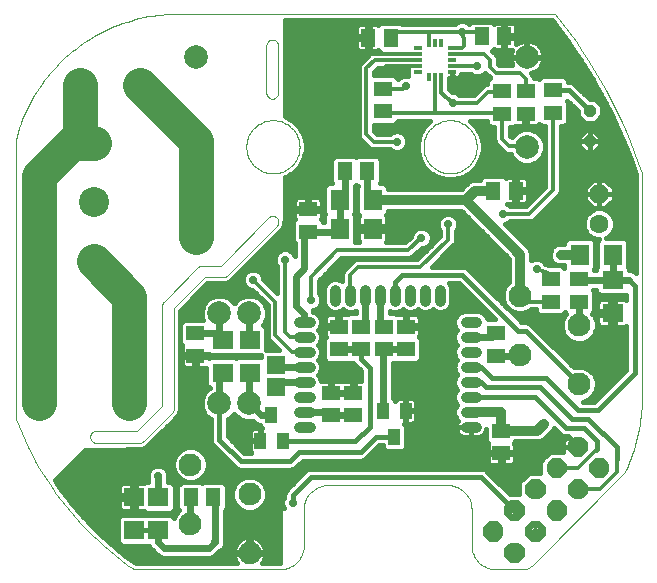
<source format=gbl>
G75*
%MOIN*%
%OFA0B0*%
%FSLAX24Y24*%
%IPPOS*%
%LPD*%
%AMOC8*
5,1,8,0,0,1.08239X$1,22.5*
%
%ADD10C,0.0000*%
%ADD11C,0.0354*%
%ADD12C,0.0866*%
%ADD13C,0.0787*%
%ADD14C,0.1000*%
%ADD15C,0.0760*%
%ADD16R,0.0512X0.0591*%
%ADD17OC8,0.0630*%
%ADD18C,0.0630*%
%ADD19R,0.0591X0.0512*%
%ADD20C,0.0138*%
%ADD21R,0.0394X0.0551*%
%ADD22R,0.0591X0.0591*%
%ADD23R,0.0709X0.0630*%
%ADD24R,0.0630X0.0709*%
%ADD25R,0.0260X0.0120*%
%ADD26R,0.0120X0.0260*%
%ADD27OC8,0.0399*%
%ADD28C,0.0787*%
%ADD29C,0.1181*%
%ADD30C,0.0283*%
%ADD31C,0.0320*%
%ADD32C,0.0240*%
%ADD33C,0.0160*%
%ADD34C,0.0120*%
%ADD35C,0.0425*%
D10*
X004154Y000307D02*
X009036Y000307D01*
X009090Y000309D01*
X009143Y000314D01*
X009196Y000323D01*
X009248Y000336D01*
X009300Y000352D01*
X009350Y000372D01*
X009398Y000395D01*
X009445Y000422D01*
X009490Y000451D01*
X009533Y000484D01*
X009573Y000519D01*
X009611Y000557D01*
X009646Y000597D01*
X009679Y000640D01*
X009708Y000685D01*
X009735Y000732D01*
X009758Y000780D01*
X009778Y000830D01*
X009794Y000882D01*
X009807Y000934D01*
X009816Y000987D01*
X009821Y001040D01*
X009823Y001094D01*
X009823Y002316D01*
X009825Y002370D01*
X009830Y002423D01*
X009839Y002476D01*
X009852Y002528D01*
X009868Y002580D01*
X009888Y002630D01*
X009911Y002678D01*
X009938Y002725D01*
X009967Y002770D01*
X010000Y002813D01*
X010035Y002853D01*
X010073Y002891D01*
X010113Y002926D01*
X010156Y002959D01*
X010201Y002988D01*
X010248Y003015D01*
X010296Y003038D01*
X010346Y003058D01*
X010398Y003074D01*
X010450Y003087D01*
X010503Y003096D01*
X010556Y003101D01*
X010610Y003103D01*
X010610Y003104D02*
X014626Y003104D01*
X014626Y003103D02*
X014680Y003101D01*
X014733Y003096D01*
X014786Y003087D01*
X014838Y003074D01*
X014890Y003058D01*
X014940Y003038D01*
X014988Y003015D01*
X015035Y002988D01*
X015080Y002959D01*
X015123Y002926D01*
X015163Y002891D01*
X015201Y002853D01*
X015236Y002813D01*
X015269Y002770D01*
X015298Y002725D01*
X015325Y002678D01*
X015348Y002630D01*
X015368Y002580D01*
X015384Y002528D01*
X015397Y002476D01*
X015406Y002423D01*
X015411Y002370D01*
X015413Y002316D01*
X015414Y002316D02*
X015414Y001094D01*
X015416Y001040D01*
X015421Y000987D01*
X015430Y000934D01*
X015443Y000882D01*
X015459Y000830D01*
X015479Y000780D01*
X015502Y000732D01*
X015529Y000685D01*
X015558Y000640D01*
X015591Y000597D01*
X015626Y000557D01*
X015664Y000519D01*
X015704Y000484D01*
X015747Y000451D01*
X015792Y000422D01*
X015839Y000395D01*
X015887Y000372D01*
X015937Y000352D01*
X015989Y000336D01*
X016041Y000323D01*
X016094Y000314D01*
X016147Y000309D01*
X016201Y000307D01*
X017140Y000307D01*
X017419Y000422D02*
X020492Y003496D01*
X021083Y005701D02*
X021083Y013496D01*
X018189Y018811D02*
X005374Y018811D01*
X008573Y017759D02*
X008573Y016184D01*
X008572Y016184D02*
X008574Y016158D01*
X008579Y016133D01*
X008587Y016109D01*
X008598Y016085D01*
X008613Y016064D01*
X008630Y016045D01*
X008649Y016028D01*
X008671Y016013D01*
X008694Y016002D01*
X008718Y015994D01*
X008743Y015989D01*
X008769Y015987D01*
X008795Y015989D01*
X008820Y015994D01*
X008844Y016002D01*
X008868Y016013D01*
X008889Y016028D01*
X008908Y016045D01*
X008925Y016064D01*
X008940Y016086D01*
X008951Y016109D01*
X008959Y016133D01*
X008964Y016158D01*
X008966Y016184D01*
X008966Y017759D01*
X008769Y017956D02*
X008743Y017954D01*
X008718Y017949D01*
X008694Y017941D01*
X008671Y017930D01*
X008649Y017915D01*
X008630Y017898D01*
X008613Y017879D01*
X008598Y017858D01*
X008587Y017834D01*
X008579Y017810D01*
X008574Y017785D01*
X008572Y017759D01*
X008769Y017956D02*
X008795Y017954D01*
X008820Y017949D01*
X008844Y017941D01*
X008868Y017930D01*
X008889Y017915D01*
X008908Y017898D01*
X008925Y017879D01*
X008940Y017857D01*
X008951Y017834D01*
X008959Y017810D01*
X008964Y017785D01*
X008966Y017759D01*
X007908Y014382D02*
X007910Y014441D01*
X007916Y014500D01*
X007926Y014558D01*
X007939Y014616D01*
X007957Y014673D01*
X007978Y014728D01*
X008003Y014782D01*
X008032Y014834D01*
X008064Y014883D01*
X008099Y014931D01*
X008137Y014976D01*
X008178Y015019D01*
X008222Y015059D01*
X008268Y015095D01*
X008317Y015129D01*
X008368Y015159D01*
X008421Y015186D01*
X008476Y015209D01*
X008531Y015228D01*
X008589Y015244D01*
X008647Y015256D01*
X008705Y015264D01*
X008764Y015268D01*
X008824Y015268D01*
X008883Y015264D01*
X008941Y015256D01*
X008999Y015244D01*
X009057Y015228D01*
X009112Y015209D01*
X009167Y015186D01*
X009220Y015159D01*
X009271Y015129D01*
X009320Y015095D01*
X009366Y015059D01*
X009410Y015019D01*
X009451Y014976D01*
X009489Y014931D01*
X009524Y014883D01*
X009556Y014834D01*
X009585Y014782D01*
X009610Y014728D01*
X009631Y014673D01*
X009649Y014616D01*
X009662Y014558D01*
X009672Y014500D01*
X009678Y014441D01*
X009680Y014382D01*
X009678Y014323D01*
X009672Y014264D01*
X009662Y014206D01*
X009649Y014148D01*
X009631Y014091D01*
X009610Y014036D01*
X009585Y013982D01*
X009556Y013930D01*
X009524Y013881D01*
X009489Y013833D01*
X009451Y013788D01*
X009410Y013745D01*
X009366Y013705D01*
X009320Y013669D01*
X009271Y013635D01*
X009220Y013605D01*
X009167Y013578D01*
X009112Y013555D01*
X009057Y013536D01*
X008999Y013520D01*
X008941Y013508D01*
X008883Y013500D01*
X008824Y013496D01*
X008764Y013496D01*
X008705Y013500D01*
X008647Y013508D01*
X008589Y013520D01*
X008531Y013536D01*
X008476Y013555D01*
X008421Y013578D01*
X008368Y013605D01*
X008317Y013635D01*
X008268Y013669D01*
X008222Y013705D01*
X008178Y013745D01*
X008137Y013788D01*
X008099Y013833D01*
X008064Y013881D01*
X008032Y013930D01*
X008003Y013982D01*
X007978Y014036D01*
X007957Y014091D01*
X007939Y014148D01*
X007926Y014206D01*
X007916Y014264D01*
X007910Y014323D01*
X007908Y014382D01*
X005375Y018812D02*
X005226Y018803D01*
X005078Y018791D01*
X004930Y018774D01*
X004783Y018754D01*
X004636Y018730D01*
X004490Y018702D01*
X004345Y018669D01*
X004201Y018634D01*
X004057Y018594D01*
X003915Y018550D01*
X003774Y018503D01*
X003634Y018452D01*
X003496Y018397D01*
X003359Y018338D01*
X003224Y018276D01*
X003091Y018210D01*
X002959Y018141D01*
X002830Y018068D01*
X002702Y017992D01*
X002576Y017913D01*
X002453Y017830D01*
X002332Y017743D01*
X002213Y017654D01*
X002096Y017562D01*
X001982Y017466D01*
X001871Y017367D01*
X001762Y017266D01*
X001657Y017161D01*
X001554Y017054D01*
X001453Y016944D01*
X001356Y016832D01*
X001262Y016717D01*
X001171Y016599D01*
X001083Y016479D01*
X000998Y016357D01*
X000917Y016232D01*
X000839Y016106D01*
X000765Y015977D01*
X000693Y015846D01*
X000626Y015714D01*
X000562Y015580D01*
X000501Y015444D01*
X000445Y015306D01*
X000392Y015167D01*
X000342Y015027D01*
X000297Y014885D01*
X000255Y014743D01*
X000217Y014599D01*
X000217Y014598D02*
X000217Y005307D01*
X002894Y004913D02*
X004272Y004913D01*
X005099Y005740D01*
X005099Y009084D01*
X005156Y009223D02*
X006301Y010368D01*
X006440Y010425D02*
X007046Y010425D01*
X008644Y012023D01*
X008778Y012079D02*
X008803Y012077D01*
X008827Y012073D01*
X008851Y012065D01*
X008873Y012054D01*
X008894Y012040D01*
X008912Y012023D01*
X008913Y012023D02*
X008919Y012016D01*
X008936Y011998D01*
X008950Y011977D01*
X008961Y011955D01*
X008969Y011931D01*
X008973Y011907D01*
X008975Y011882D01*
X008919Y011747D02*
X007261Y010089D01*
X007122Y010031D02*
X006516Y010031D01*
X005492Y009008D01*
X005492Y005664D01*
X005435Y005525D02*
X004487Y004577D01*
X004348Y004520D02*
X002894Y004520D01*
X002868Y004522D01*
X002843Y004527D01*
X002819Y004535D01*
X002795Y004546D01*
X002774Y004561D01*
X002755Y004578D01*
X002738Y004597D01*
X002723Y004619D01*
X002712Y004642D01*
X002704Y004666D01*
X002699Y004691D01*
X002697Y004717D01*
X002699Y004743D01*
X002704Y004768D01*
X002712Y004792D01*
X002723Y004816D01*
X002738Y004837D01*
X002755Y004856D01*
X002774Y004873D01*
X002796Y004888D01*
X002819Y004899D01*
X002843Y004907D01*
X002868Y004912D01*
X002894Y004914D01*
X004348Y004520D02*
X004374Y004522D01*
X004399Y004527D01*
X004423Y004535D01*
X004447Y004546D01*
X004468Y004561D01*
X004487Y004578D01*
X005434Y005525D02*
X005451Y005544D01*
X005466Y005565D01*
X005477Y005589D01*
X005485Y005613D01*
X005490Y005638D01*
X005492Y005664D01*
X021083Y013496D02*
X020963Y013857D01*
X020834Y014215D01*
X020697Y014570D01*
X020552Y014922D01*
X020398Y015270D01*
X020236Y015614D01*
X020066Y015955D01*
X019888Y016291D01*
X019702Y016623D01*
X019509Y016951D01*
X019307Y017273D01*
X019098Y017591D01*
X018882Y017904D01*
X018658Y018212D01*
X018427Y018515D01*
X018189Y018811D01*
X013813Y014382D02*
X013815Y014441D01*
X013821Y014500D01*
X013831Y014558D01*
X013844Y014616D01*
X013862Y014673D01*
X013883Y014728D01*
X013908Y014782D01*
X013937Y014834D01*
X013969Y014883D01*
X014004Y014931D01*
X014042Y014976D01*
X014083Y015019D01*
X014127Y015059D01*
X014173Y015095D01*
X014222Y015129D01*
X014273Y015159D01*
X014326Y015186D01*
X014381Y015209D01*
X014436Y015228D01*
X014494Y015244D01*
X014552Y015256D01*
X014610Y015264D01*
X014669Y015268D01*
X014729Y015268D01*
X014788Y015264D01*
X014846Y015256D01*
X014904Y015244D01*
X014962Y015228D01*
X015017Y015209D01*
X015072Y015186D01*
X015125Y015159D01*
X015176Y015129D01*
X015225Y015095D01*
X015271Y015059D01*
X015315Y015019D01*
X015356Y014976D01*
X015394Y014931D01*
X015429Y014883D01*
X015461Y014834D01*
X015490Y014782D01*
X015515Y014728D01*
X015536Y014673D01*
X015554Y014616D01*
X015567Y014558D01*
X015577Y014500D01*
X015583Y014441D01*
X015585Y014382D01*
X015583Y014323D01*
X015577Y014264D01*
X015567Y014206D01*
X015554Y014148D01*
X015536Y014091D01*
X015515Y014036D01*
X015490Y013982D01*
X015461Y013930D01*
X015429Y013881D01*
X015394Y013833D01*
X015356Y013788D01*
X015315Y013745D01*
X015271Y013705D01*
X015225Y013669D01*
X015176Y013635D01*
X015125Y013605D01*
X015072Y013578D01*
X015017Y013555D01*
X014962Y013536D01*
X014904Y013520D01*
X014846Y013508D01*
X014788Y013500D01*
X014729Y013496D01*
X014669Y013496D01*
X014610Y013500D01*
X014552Y013508D01*
X014494Y013520D01*
X014436Y013536D01*
X014381Y013555D01*
X014326Y013578D01*
X014273Y013605D01*
X014222Y013635D01*
X014173Y013669D01*
X014127Y013705D01*
X014083Y013745D01*
X014042Y013788D01*
X014004Y013833D01*
X013969Y013881D01*
X013937Y013930D01*
X013908Y013982D01*
X013883Y014036D01*
X013862Y014091D01*
X013844Y014148D01*
X013831Y014206D01*
X013821Y014264D01*
X013815Y014323D01*
X013813Y014382D01*
X008975Y011882D02*
X008973Y011857D01*
X008969Y011833D01*
X008961Y011809D01*
X008950Y011787D01*
X008936Y011766D01*
X008919Y011748D01*
X008778Y012079D02*
X008753Y012077D01*
X008729Y012073D01*
X008705Y012065D01*
X008683Y012054D01*
X008662Y012040D01*
X008644Y012023D01*
X007261Y010089D02*
X007242Y010072D01*
X007221Y010057D01*
X007197Y010046D01*
X007173Y010038D01*
X007148Y010033D01*
X007122Y010031D01*
X006440Y010425D02*
X006414Y010423D01*
X006389Y010418D01*
X006365Y010410D01*
X006341Y010399D01*
X006320Y010384D01*
X006301Y010367D01*
X005156Y009223D02*
X005139Y009204D01*
X005124Y009183D01*
X005113Y009159D01*
X005105Y009135D01*
X005100Y009110D01*
X005098Y009084D01*
X000217Y005307D02*
X000313Y005067D01*
X000415Y004830D01*
X000522Y004595D01*
X000635Y004362D01*
X000754Y004133D01*
X000878Y003906D01*
X001007Y003682D01*
X001141Y003462D01*
X001281Y003245D01*
X001426Y003031D01*
X001576Y002820D01*
X001731Y002614D01*
X001891Y002411D01*
X002056Y002212D01*
X002225Y002016D01*
X002399Y001825D01*
X002577Y001639D01*
X002760Y001456D01*
X002947Y001278D01*
X003138Y001104D01*
X003334Y000935D01*
X003533Y000771D01*
X003736Y000611D01*
X003943Y000457D01*
X004154Y000307D01*
X020492Y003496D02*
X020554Y003625D01*
X020614Y003756D01*
X020670Y003888D01*
X020723Y004022D01*
X020772Y004157D01*
X020818Y004293D01*
X020860Y004430D01*
X020899Y004569D01*
X020935Y004708D01*
X020967Y004848D01*
X020995Y004989D01*
X021020Y005130D01*
X021041Y005272D01*
X021058Y005415D01*
X021072Y005558D01*
X021082Y005701D01*
X017419Y000422D02*
X017390Y000396D01*
X017359Y000373D01*
X017326Y000354D01*
X017291Y000337D01*
X017254Y000324D01*
X017217Y000315D01*
X017179Y000309D01*
X017140Y000307D01*
D11*
X015577Y005039D02*
X015223Y005039D01*
X015223Y005539D02*
X015577Y005539D01*
X015577Y006039D02*
X015223Y006039D01*
X015223Y006539D02*
X015577Y006539D01*
X015577Y007039D02*
X015223Y007039D01*
X015223Y007539D02*
X015577Y007539D01*
X015577Y008039D02*
X015223Y008039D01*
X015223Y008539D02*
X015577Y008539D01*
X014368Y009252D02*
X014368Y009606D01*
X013868Y009606D02*
X013868Y009252D01*
X013368Y009252D02*
X013368Y009606D01*
X012868Y009606D02*
X012868Y009252D01*
X012368Y009252D02*
X012368Y009606D01*
X011868Y009606D02*
X011868Y009252D01*
X011368Y009252D02*
X011368Y009606D01*
X010868Y009606D02*
X010868Y009252D01*
X010014Y008539D02*
X009660Y008539D01*
X009660Y008039D02*
X010014Y008039D01*
X010014Y007539D02*
X009660Y007539D01*
X009660Y007039D02*
X010014Y007039D01*
X010014Y006539D02*
X009660Y006539D01*
X009660Y006039D02*
X010014Y006039D01*
X010014Y005539D02*
X009660Y005539D01*
X009660Y005039D02*
X010014Y005039D01*
D12*
X004008Y005830D03*
X001008Y005830D03*
X001008Y008830D03*
X004008Y008830D03*
D13*
X006235Y011390D03*
X007008Y008830D03*
X008008Y008830D03*
X008008Y005830D03*
X007008Y005830D03*
X017258Y014382D03*
X017258Y017374D03*
X006235Y017374D03*
X004366Y016448D03*
X002366Y016448D03*
D14*
X002815Y014515D03*
X002815Y012546D03*
X002815Y010578D03*
D15*
X006043Y003791D03*
X008012Y002807D03*
X006043Y001823D03*
X008012Y000839D03*
X017032Y007453D03*
X017032Y009421D03*
X019001Y008437D03*
X019001Y006468D03*
D16*
X016890Y012927D03*
X016142Y012927D03*
X011941Y013575D03*
X011193Y013575D03*
X011969Y018024D03*
X012717Y018024D03*
X015748Y018063D03*
X016496Y018063D03*
X006811Y002709D03*
X006063Y002709D03*
D17*
X019672Y012815D03*
D18*
X019672Y011815D03*
D19*
X019001Y009972D03*
X019001Y009224D03*
X018051Y009224D03*
X018051Y009972D03*
X016216Y008172D03*
X016216Y007424D03*
X016400Y004924D03*
X016400Y004176D03*
X013227Y007645D03*
X012479Y007645D03*
X011731Y007645D03*
X010983Y007645D03*
X010983Y008393D03*
X011731Y008393D03*
X012479Y008393D03*
X013227Y008393D03*
X011477Y006178D03*
X010728Y006178D03*
X010728Y005430D03*
X011477Y005430D03*
X006201Y007421D03*
X006201Y008169D03*
X009964Y011559D03*
X009964Y012307D03*
X012461Y015563D03*
X012461Y016311D03*
X016437Y016232D03*
X017225Y016232D03*
X017225Y015484D03*
X016437Y015484D03*
X018130Y015524D03*
X018130Y016272D03*
D20*
X018755Y004341D02*
X018686Y004272D01*
X018686Y004498D01*
X018848Y004660D01*
X019074Y004660D01*
X019236Y004498D01*
X019236Y004272D01*
X019074Y004110D01*
X018848Y004110D01*
X018686Y004272D01*
X018790Y004314D01*
X018790Y004456D01*
X018890Y004556D01*
X019032Y004556D01*
X019132Y004456D01*
X019132Y004314D01*
X019032Y004214D01*
X018890Y004214D01*
X018790Y004314D01*
X018893Y004357D01*
X018893Y004413D01*
X018933Y004453D01*
X018989Y004453D01*
X019029Y004413D01*
X019029Y004357D01*
X018989Y004317D01*
X018933Y004317D01*
X018893Y004357D01*
X018048Y003634D02*
X017979Y003565D01*
X017979Y003791D01*
X018141Y003953D01*
X018367Y003953D01*
X018529Y003791D01*
X018529Y003565D01*
X018367Y003403D01*
X018141Y003403D01*
X017979Y003565D01*
X018083Y003607D01*
X018083Y003749D01*
X018183Y003849D01*
X018325Y003849D01*
X018425Y003749D01*
X018425Y003607D01*
X018325Y003507D01*
X018183Y003507D01*
X018083Y003607D01*
X018186Y003650D01*
X018186Y003706D01*
X018226Y003746D01*
X018282Y003746D01*
X018322Y003706D01*
X018322Y003650D01*
X018282Y003610D01*
X018226Y003610D01*
X018186Y003650D01*
X017341Y002927D02*
X017272Y002858D01*
X017272Y003084D01*
X017434Y003246D01*
X017660Y003246D01*
X017822Y003084D01*
X017822Y002858D01*
X017660Y002696D01*
X017434Y002696D01*
X017272Y002858D01*
X017376Y002900D01*
X017376Y003042D01*
X017476Y003142D01*
X017618Y003142D01*
X017718Y003042D01*
X017718Y002900D01*
X017618Y002800D01*
X017476Y002800D01*
X017376Y002900D01*
X017479Y002943D01*
X017479Y002999D01*
X017519Y003039D01*
X017575Y003039D01*
X017615Y002999D01*
X017615Y002943D01*
X017575Y002903D01*
X017519Y002903D01*
X017479Y002943D01*
X016634Y002220D02*
X016565Y002151D01*
X016565Y002377D01*
X016727Y002539D01*
X016953Y002539D01*
X017115Y002377D01*
X017115Y002151D01*
X016953Y001989D01*
X016727Y001989D01*
X016565Y002151D01*
X016669Y002193D01*
X016669Y002335D01*
X016769Y002435D01*
X016911Y002435D01*
X017011Y002335D01*
X017011Y002193D01*
X016911Y002093D01*
X016769Y002093D01*
X016669Y002193D01*
X016772Y002236D01*
X016772Y002292D01*
X016812Y002332D01*
X016868Y002332D01*
X016908Y002292D01*
X016908Y002236D01*
X016868Y002196D01*
X016812Y002196D01*
X016772Y002236D01*
X015927Y001513D02*
X015858Y001444D01*
X015858Y001670D01*
X016020Y001832D01*
X016246Y001832D01*
X016408Y001670D01*
X016408Y001444D01*
X016246Y001282D01*
X016020Y001282D01*
X015858Y001444D01*
X015962Y001486D01*
X015962Y001628D01*
X016062Y001728D01*
X016204Y001728D01*
X016304Y001628D01*
X016304Y001486D01*
X016204Y001386D01*
X016062Y001386D01*
X015962Y001486D01*
X016065Y001529D01*
X016065Y001585D01*
X016105Y001625D01*
X016161Y001625D01*
X016201Y001585D01*
X016201Y001529D01*
X016161Y001489D01*
X016105Y001489D01*
X016065Y001529D01*
X016634Y000806D02*
X016565Y000737D01*
X016565Y000963D01*
X016727Y001125D01*
X016953Y001125D01*
X017115Y000963D01*
X017115Y000737D01*
X016953Y000575D01*
X016727Y000575D01*
X016565Y000737D01*
X016669Y000779D01*
X016669Y000921D01*
X016769Y001021D01*
X016911Y001021D01*
X017011Y000921D01*
X017011Y000779D01*
X016911Y000679D01*
X016769Y000679D01*
X016669Y000779D01*
X016772Y000822D01*
X016772Y000878D01*
X016812Y000918D01*
X016868Y000918D01*
X016908Y000878D01*
X016908Y000822D01*
X016868Y000782D01*
X016812Y000782D01*
X016772Y000822D01*
X017341Y001513D02*
X017272Y001444D01*
X017272Y001670D01*
X017434Y001832D01*
X017660Y001832D01*
X017822Y001670D01*
X017822Y001444D01*
X017660Y001282D01*
X017434Y001282D01*
X017272Y001444D01*
X017376Y001486D01*
X017376Y001628D01*
X017476Y001728D01*
X017618Y001728D01*
X017718Y001628D01*
X017718Y001486D01*
X017618Y001386D01*
X017476Y001386D01*
X017376Y001486D01*
X017479Y001529D01*
X017479Y001585D01*
X017519Y001625D01*
X017575Y001625D01*
X017615Y001585D01*
X017615Y001529D01*
X017575Y001489D01*
X017519Y001489D01*
X017479Y001529D01*
X018048Y002220D02*
X017979Y002151D01*
X017979Y002377D01*
X018141Y002539D01*
X018367Y002539D01*
X018529Y002377D01*
X018529Y002151D01*
X018367Y001989D01*
X018141Y001989D01*
X017979Y002151D01*
X018083Y002193D01*
X018083Y002335D01*
X018183Y002435D01*
X018325Y002435D01*
X018425Y002335D01*
X018425Y002193D01*
X018325Y002093D01*
X018183Y002093D01*
X018083Y002193D01*
X018186Y002236D01*
X018186Y002292D01*
X018226Y002332D01*
X018282Y002332D01*
X018322Y002292D01*
X018322Y002236D01*
X018282Y002196D01*
X018226Y002196D01*
X018186Y002236D01*
X018755Y002927D02*
X018686Y002858D01*
X018686Y003084D01*
X018848Y003246D01*
X019074Y003246D01*
X019236Y003084D01*
X019236Y002858D01*
X019074Y002696D01*
X018848Y002696D01*
X018686Y002858D01*
X018790Y002900D01*
X018790Y003042D01*
X018890Y003142D01*
X019032Y003142D01*
X019132Y003042D01*
X019132Y002900D01*
X019032Y002800D01*
X018890Y002800D01*
X018790Y002900D01*
X018893Y002943D01*
X018893Y002999D01*
X018933Y003039D01*
X018989Y003039D01*
X019029Y002999D01*
X019029Y002943D01*
X018989Y002903D01*
X018933Y002903D01*
X018893Y002943D01*
X019462Y003634D02*
X019393Y003565D01*
X019393Y003791D01*
X019555Y003953D01*
X019781Y003953D01*
X019943Y003791D01*
X019943Y003565D01*
X019781Y003403D01*
X019555Y003403D01*
X019393Y003565D01*
X019497Y003607D01*
X019497Y003749D01*
X019597Y003849D01*
X019739Y003849D01*
X019839Y003749D01*
X019839Y003607D01*
X019739Y003507D01*
X019597Y003507D01*
X019497Y003607D01*
X019600Y003650D01*
X019600Y003706D01*
X019640Y003746D01*
X019696Y003746D01*
X019736Y003706D01*
X019736Y003650D01*
X019696Y003610D01*
X019640Y003610D01*
X019600Y003650D01*
D21*
X013219Y005585D03*
X012471Y005585D03*
X012845Y004718D03*
X009119Y004580D03*
X008371Y004580D03*
X008745Y005446D03*
D22*
X008900Y006363D03*
X008900Y007113D03*
D23*
X008017Y006856D03*
X007117Y006856D03*
X007117Y007958D03*
X008017Y007958D03*
X004967Y002708D03*
X004167Y002708D03*
X004167Y001606D03*
X004967Y001606D03*
X020117Y008842D03*
X020117Y009944D03*
D24*
X020118Y010793D03*
X019015Y010793D03*
X012118Y011657D03*
X012118Y012607D03*
X011015Y012607D03*
X011015Y011657D03*
D25*
X013613Y016886D03*
X013613Y017076D03*
X013613Y017276D03*
X013613Y017476D03*
X013613Y017666D03*
X014773Y017666D03*
X014773Y017476D03*
X014773Y017276D03*
X014773Y017076D03*
X014773Y016886D03*
D26*
X014393Y016696D03*
X014193Y016696D03*
X013993Y016696D03*
X013993Y017856D03*
X014193Y017856D03*
X014393Y017856D03*
D27*
X019351Y015571D03*
X019351Y014571D03*
D28*
X002815Y014515D02*
X002815Y014554D01*
D29*
X002815Y014515D02*
X002366Y014515D01*
X002366Y016448D01*
X004366Y016448D02*
X006235Y014579D01*
X006235Y011390D01*
X004008Y009385D02*
X002815Y010578D01*
X004008Y009385D02*
X004008Y005830D01*
X001008Y005830D02*
X001008Y013423D01*
X002100Y014515D01*
X002366Y014515D01*
D30*
X008130Y009953D03*
X008764Y010200D03*
X009193Y010623D03*
X010059Y009283D03*
X012781Y011956D03*
X013738Y011348D03*
X014626Y011803D03*
X016477Y012157D03*
X018380Y010793D03*
X017579Y010307D03*
X020124Y008145D03*
X017816Y005146D03*
X016400Y005539D03*
X009450Y002513D03*
X007637Y004587D03*
X004962Y003408D03*
X004150Y003413D03*
X006861Y001213D03*
X010065Y013137D03*
X012933Y014559D03*
X014787Y015855D03*
X015256Y016528D03*
X015610Y017079D03*
X015099Y018220D03*
X013217Y016407D03*
X012382Y016882D03*
D31*
X015538Y012927D02*
X015218Y012607D01*
X012118Y012607D01*
X015218Y012607D02*
X017032Y010793D01*
X017032Y009421D01*
X018380Y010793D02*
X019015Y010793D01*
X016142Y012927D02*
X015538Y012927D01*
X015400Y005539D02*
X016400Y005539D01*
X016400Y004924D01*
X017594Y004924D01*
X017816Y005146D01*
D32*
X017003Y007424D02*
X016216Y007424D01*
X016083Y008039D02*
X016216Y008172D01*
X016083Y008039D02*
X015400Y008039D01*
X017003Y007424D02*
X017032Y007453D01*
X019001Y008437D02*
X019001Y009224D01*
X019028Y009944D02*
X020117Y009944D01*
X020665Y009944D01*
X020118Y009946D02*
X020118Y010793D01*
X019028Y009944D02*
X019001Y009972D01*
X013227Y007645D02*
X012479Y007645D01*
X012471Y007716D02*
X012471Y005585D01*
X011477Y005430D02*
X010728Y005430D01*
X010619Y005539D02*
X009837Y005539D01*
X009837Y006539D02*
X009076Y006539D01*
X008900Y006363D01*
X008974Y007039D02*
X008900Y007113D01*
X008974Y007039D02*
X009837Y007039D01*
X010983Y007645D02*
X011731Y007645D01*
X011731Y008393D02*
X011868Y008609D01*
X011868Y009429D01*
X012368Y009429D02*
X012368Y008583D01*
X012479Y008393D01*
X009837Y008539D02*
X009837Y008797D01*
X009547Y009087D01*
X009547Y010048D01*
X009837Y010337D01*
X009837Y011432D01*
X009964Y011559D01*
X010917Y011559D01*
X011015Y011657D01*
X011015Y012607D01*
X011193Y012784D02*
X011193Y013575D01*
X011941Y013575D02*
X011941Y012784D01*
X008008Y008830D02*
X008008Y007967D01*
X007008Y008067D02*
X007008Y008830D01*
X006906Y008169D02*
X006201Y008169D01*
X006906Y008169D02*
X007008Y008067D01*
X008008Y006847D02*
X008008Y005830D01*
X008391Y005446D01*
X008745Y005446D01*
X007008Y005830D02*
X007008Y006747D01*
X004962Y003408D02*
X004962Y002713D01*
X006043Y002689D02*
X006043Y001823D01*
X006655Y001007D02*
X005167Y001007D01*
X004967Y001207D01*
X004967Y001606D01*
X006655Y001007D02*
X006861Y001213D01*
X006861Y002659D01*
X006811Y002709D01*
D33*
X002304Y002229D02*
X001651Y003059D01*
X001520Y003264D01*
X002540Y004283D01*
X003878Y004283D01*
X003915Y004320D01*
X004431Y004320D01*
X004433Y004322D01*
X004566Y004377D01*
X004570Y004377D01*
X005517Y005325D01*
X005534Y005342D01*
X005632Y005439D01*
X005635Y005442D01*
X005635Y005446D01*
X005689Y005579D01*
X005692Y005581D01*
X005692Y008925D01*
X006599Y009831D01*
X007205Y009831D01*
X007207Y009834D01*
X007340Y009889D01*
X007344Y009889D01*
X009002Y011547D01*
X009012Y011557D01*
X009116Y011661D01*
X009119Y011665D01*
X009119Y011670D01*
X009171Y011795D01*
X009175Y011799D01*
X009175Y011879D01*
X009204Y011907D01*
X009204Y013368D01*
X009213Y013370D01*
X009461Y013513D01*
X009663Y013715D01*
X009806Y013963D01*
X009880Y014239D01*
X009880Y014525D01*
X009806Y014801D01*
X009663Y015049D01*
X009461Y015251D01*
X009213Y015394D01*
X009204Y015396D01*
X009204Y018611D01*
X018092Y018611D01*
X018498Y018092D01*
X019337Y016846D01*
X020056Y015527D01*
X020647Y014145D01*
X020883Y013463D01*
X020883Y010180D01*
X020847Y010216D01*
X020729Y010264D01*
X020671Y010264D01*
X020671Y010342D01*
X020633Y010380D01*
X020633Y011230D01*
X020516Y011348D01*
X019889Y011348D01*
X019964Y011378D01*
X020108Y011523D01*
X020187Y011713D01*
X020187Y011917D01*
X020108Y012107D01*
X019964Y012252D01*
X019774Y012330D01*
X019569Y012330D01*
X019380Y012252D01*
X019235Y012107D01*
X019157Y011917D01*
X019157Y011713D01*
X019235Y011523D01*
X019380Y011378D01*
X019569Y011300D01*
X019672Y011300D01*
X019603Y011230D01*
X019603Y010383D01*
X019562Y010342D01*
X019562Y010264D01*
X019496Y010264D01*
X019496Y010311D01*
X019491Y010316D01*
X019530Y010356D01*
X019530Y011230D01*
X019413Y011348D01*
X018618Y011348D01*
X018501Y011230D01*
X018501Y011153D01*
X018309Y011153D01*
X018177Y011098D01*
X018075Y010997D01*
X018020Y010865D01*
X018020Y010722D01*
X018075Y010589D01*
X018177Y010488D01*
X018309Y010433D01*
X018501Y010433D01*
X018501Y010357D01*
X018429Y010428D01*
X018058Y010428D01*
X018038Y010435D01*
X017996Y010451D01*
X017989Y010450D01*
X017874Y010486D01*
X017869Y010501D01*
X017772Y010597D01*
X017647Y010649D01*
X017511Y010649D01*
X017392Y010600D01*
X017392Y010865D01*
X017337Y010997D01*
X017236Y011098D01*
X016519Y011816D01*
X016544Y011816D01*
X016670Y011868D01*
X016700Y011897D01*
X017394Y011897D01*
X017490Y011937D01*
X018277Y012724D01*
X018350Y012798D01*
X018390Y012893D01*
X018390Y015068D01*
X018508Y015068D01*
X018625Y015185D01*
X018625Y015862D01*
X018590Y015898D01*
X018609Y015916D01*
X018951Y015574D01*
X018951Y015405D01*
X019185Y015171D01*
X019516Y015171D01*
X019750Y015405D01*
X019750Y015736D01*
X019516Y015970D01*
X019347Y015970D01*
X018808Y016509D01*
X018705Y016552D01*
X018625Y016552D01*
X018625Y016610D01*
X018508Y016728D01*
X017752Y016728D01*
X017658Y016633D01*
X017603Y016688D01*
X017485Y016688D01*
X017485Y016697D01*
X017445Y016793D01*
X017399Y016839D01*
X017470Y016862D01*
X017548Y016902D01*
X017618Y016953D01*
X017680Y017014D01*
X017731Y017084D01*
X017770Y017162D01*
X017797Y017245D01*
X017811Y017331D01*
X017811Y017356D01*
X017277Y017356D01*
X017277Y017392D01*
X017811Y017392D01*
X017811Y017417D01*
X017797Y017503D01*
X017770Y017586D01*
X017731Y017664D01*
X017680Y017734D01*
X017618Y017795D01*
X017548Y017846D01*
X017470Y017886D01*
X017388Y017913D01*
X017302Y017926D01*
X017277Y017926D01*
X017277Y017392D01*
X017240Y017392D01*
X017240Y017356D01*
X016706Y017356D01*
X016706Y017331D01*
X016720Y017245D01*
X016746Y017162D01*
X016777Y017103D01*
X016348Y017103D01*
X016303Y017147D01*
X016303Y017327D01*
X016264Y017423D01*
X016191Y017496D01*
X016103Y017584D01*
X016154Y017634D01*
X016179Y017620D01*
X016219Y017609D01*
X016448Y017609D01*
X016448Y018015D01*
X016544Y018015D01*
X016544Y017609D01*
X016758Y017609D01*
X016746Y017586D01*
X016720Y017503D01*
X016706Y017417D01*
X016706Y017392D01*
X017240Y017392D01*
X017240Y017926D01*
X017215Y017926D01*
X017129Y017913D01*
X017046Y017886D01*
X016969Y017846D01*
X016911Y017804D01*
X016911Y018015D01*
X016544Y018015D01*
X016544Y018111D01*
X016448Y018111D01*
X016448Y018517D01*
X016219Y018517D01*
X016179Y018506D01*
X016154Y018492D01*
X016087Y018558D01*
X015409Y018558D01*
X015332Y018480D01*
X015322Y018480D01*
X015292Y018510D01*
X015167Y018562D01*
X015031Y018562D01*
X014905Y018510D01*
X014875Y018480D01*
X013094Y018480D01*
X013055Y018519D01*
X012378Y018519D01*
X012311Y018452D01*
X012286Y018467D01*
X012245Y018478D01*
X012017Y018478D01*
X012017Y018072D01*
X011921Y018072D01*
X011921Y018478D01*
X011692Y018478D01*
X011651Y018467D01*
X011615Y018446D01*
X011586Y018416D01*
X011565Y018380D01*
X011554Y018340D01*
X011554Y018072D01*
X011921Y018072D01*
X011921Y017976D01*
X011554Y017976D01*
X011554Y017707D01*
X011565Y017667D01*
X011586Y017631D01*
X011615Y017601D01*
X011651Y017580D01*
X011692Y017570D01*
X011921Y017570D01*
X011921Y017976D01*
X012017Y017976D01*
X012017Y017570D01*
X012245Y017570D01*
X012286Y017580D01*
X012311Y017595D01*
X012371Y017536D01*
X012133Y017536D01*
X012038Y017496D01*
X011762Y017220D01*
X011689Y017147D01*
X011650Y017052D01*
X011650Y014744D01*
X011689Y014648D01*
X011762Y014575D01*
X011925Y014412D01*
X011999Y014339D01*
X012094Y014299D01*
X012710Y014299D01*
X012740Y014269D01*
X012865Y014217D01*
X013001Y014217D01*
X013127Y014269D01*
X013223Y014365D01*
X013275Y014491D01*
X013275Y014627D01*
X013223Y014753D01*
X013127Y014849D01*
X013001Y014901D01*
X012865Y014901D01*
X012740Y014849D01*
X012710Y014819D01*
X012253Y014819D01*
X012170Y014903D01*
X012170Y015107D01*
X012839Y015107D01*
X012956Y015224D01*
X012956Y015244D01*
X014026Y015244D01*
X013830Y015049D01*
X013688Y014801D01*
X013614Y014525D01*
X013614Y014239D01*
X013688Y013963D01*
X013830Y013715D01*
X014033Y013513D01*
X014280Y013370D01*
X014556Y013296D01*
X014842Y013296D01*
X015118Y013370D01*
X015366Y013513D01*
X015568Y013715D01*
X015711Y013963D01*
X015785Y014239D01*
X015785Y014525D01*
X015711Y014801D01*
X015568Y015049D01*
X015373Y015244D01*
X015942Y015244D01*
X015942Y015145D01*
X016059Y015028D01*
X016177Y015028D01*
X016177Y014586D01*
X016217Y014491D01*
X016453Y014254D01*
X016526Y014181D01*
X016622Y014142D01*
X016715Y014142D01*
X016755Y014046D01*
X016922Y013879D01*
X017140Y013788D01*
X017376Y013788D01*
X017595Y013879D01*
X017762Y014046D01*
X017852Y014264D01*
X017852Y014500D01*
X017762Y014718D01*
X017595Y014885D01*
X017376Y014976D01*
X017140Y014976D01*
X016922Y014885D01*
X016755Y014718D01*
X016746Y014697D01*
X016697Y014745D01*
X016697Y015028D01*
X016815Y015028D01*
X016868Y015081D01*
X016868Y015080D01*
X016908Y015070D01*
X017177Y015070D01*
X017177Y015436D01*
X017272Y015436D01*
X017272Y015070D01*
X017541Y015070D01*
X017581Y015080D01*
X017617Y015101D01*
X017647Y015131D01*
X017662Y015157D01*
X017752Y015068D01*
X017870Y015068D01*
X017870Y013053D01*
X017235Y012417D01*
X016700Y012417D01*
X016670Y012447D01*
X016600Y012476D01*
X016613Y012473D01*
X016842Y012473D01*
X016842Y012879D01*
X016938Y012879D01*
X016938Y012975D01*
X016842Y012975D01*
X016842Y013381D01*
X016613Y013381D01*
X016573Y013370D01*
X016547Y013355D01*
X016481Y013422D01*
X015803Y013422D01*
X015686Y013305D01*
X015686Y013287D01*
X015466Y013287D01*
X015334Y013232D01*
X015233Y013131D01*
X015069Y012967D01*
X012633Y012967D01*
X012633Y013044D01*
X012516Y013161D01*
X012361Y013161D01*
X012397Y013197D01*
X012397Y013953D01*
X012279Y014070D01*
X011602Y014070D01*
X011567Y014035D01*
X011531Y014070D01*
X010854Y014070D01*
X010737Y013953D01*
X010737Y013197D01*
X010772Y013161D01*
X010618Y013161D01*
X010501Y013044D01*
X010501Y012170D01*
X010538Y012132D01*
X010501Y012094D01*
X010501Y011879D01*
X010459Y011879D01*
X010459Y011897D01*
X010392Y011964D01*
X010407Y011990D01*
X010418Y012030D01*
X010418Y012259D01*
X010011Y012259D01*
X010011Y012355D01*
X009916Y012355D01*
X009916Y012721D01*
X009647Y012721D01*
X009607Y012711D01*
X009571Y012690D01*
X009541Y012660D01*
X009520Y012624D01*
X009510Y012583D01*
X009509Y012355D01*
X009916Y012355D01*
X009916Y012259D01*
X009510Y012259D01*
X009510Y012030D01*
X009520Y011990D01*
X009535Y011964D01*
X009468Y011897D01*
X009468Y011220D01*
X009517Y011171D01*
X009517Y010735D01*
X009483Y010817D01*
X009387Y010913D01*
X009261Y010965D01*
X009125Y010965D01*
X008999Y010913D01*
X008903Y010817D01*
X008851Y010691D01*
X008851Y010555D01*
X008903Y010430D01*
X008933Y010400D01*
X008933Y009517D01*
X008472Y009979D01*
X008472Y010021D01*
X008420Y010146D01*
X008324Y010242D01*
X008198Y010294D01*
X008062Y010294D01*
X007936Y010242D01*
X007840Y010146D01*
X007788Y010021D01*
X007788Y009885D01*
X007840Y009759D01*
X007936Y009663D01*
X008062Y009611D01*
X008104Y009611D01*
X008618Y009097D01*
X008618Y008051D01*
X008658Y007955D01*
X008731Y007882D01*
X009004Y007609D01*
X008571Y007609D01*
X008571Y008356D01*
X008472Y008455D01*
X008511Y008494D01*
X008602Y008712D01*
X008602Y008948D01*
X008511Y009166D01*
X008344Y009333D01*
X008126Y009424D01*
X007890Y009424D01*
X007672Y009333D01*
X007508Y009170D01*
X007344Y009333D01*
X007126Y009424D01*
X006890Y009424D01*
X006672Y009333D01*
X006505Y009166D01*
X006414Y008948D01*
X006414Y008712D01*
X006450Y008625D01*
X005823Y008625D01*
X005706Y008508D01*
X005706Y007830D01*
X005772Y007763D01*
X005758Y007738D01*
X005747Y007698D01*
X005747Y007469D01*
X006153Y007469D01*
X006153Y007373D01*
X005747Y007373D01*
X005747Y007144D01*
X005758Y007104D01*
X005779Y007067D01*
X005808Y007038D01*
X005844Y007017D01*
X005885Y007006D01*
X006153Y007006D01*
X006153Y007373D01*
X006249Y007373D01*
X006249Y007469D01*
X006654Y007469D01*
X006679Y007443D01*
X007554Y007443D01*
X007567Y007456D01*
X007579Y007443D01*
X008404Y007443D01*
X008404Y007371D01*
X007579Y007371D01*
X007567Y007358D01*
X007554Y007371D01*
X006679Y007371D01*
X006655Y007346D01*
X006655Y007373D01*
X006249Y007373D01*
X006249Y007006D01*
X006517Y007006D01*
X006557Y007017D01*
X006562Y007020D01*
X006562Y006458D01*
X006679Y006341D01*
X006688Y006341D01*
X006688Y006340D01*
X006672Y006333D01*
X006505Y006166D01*
X006414Y005948D01*
X006414Y005712D01*
X006505Y005494D01*
X006672Y005327D01*
X006728Y005303D01*
X006728Y004560D01*
X006771Y004457D01*
X006849Y004378D01*
X007558Y003670D01*
X007661Y003627D01*
X009422Y003627D01*
X009525Y003670D01*
X009604Y003748D01*
X009783Y003927D01*
X011771Y003927D01*
X011874Y003970D01*
X012342Y004438D01*
X012448Y004438D01*
X012448Y004360D01*
X012565Y004243D01*
X013125Y004243D01*
X013242Y004360D01*
X013242Y005077D01*
X013168Y005150D01*
X013201Y005150D01*
X013201Y005566D01*
X013237Y005566D01*
X013237Y005150D01*
X013437Y005150D01*
X013477Y005161D01*
X013513Y005182D01*
X013543Y005212D01*
X013564Y005248D01*
X013575Y005288D01*
X013575Y005566D01*
X013237Y005566D01*
X013237Y005603D01*
X013201Y005603D01*
X013201Y006019D01*
X013001Y006019D01*
X012961Y006008D01*
X012925Y005987D01*
X012895Y005958D01*
X012874Y005921D01*
X012868Y005898D01*
X012868Y005943D01*
X012791Y006020D01*
X012791Y007189D01*
X013605Y007189D01*
X013722Y007307D01*
X013722Y007984D01*
X013655Y008051D01*
X013670Y008076D01*
X013681Y008116D01*
X013681Y008345D01*
X013275Y008345D01*
X013275Y008441D01*
X013681Y008441D01*
X013681Y008670D01*
X013670Y008710D01*
X013649Y008747D01*
X013620Y008776D01*
X013583Y008797D01*
X013543Y008808D01*
X013275Y008808D01*
X013275Y008441D01*
X013179Y008441D01*
X013179Y008808D01*
X012911Y008808D01*
X012901Y008805D01*
X012857Y008849D01*
X012688Y008849D01*
X012688Y008918D01*
X012793Y008875D01*
X012943Y008875D01*
X013082Y008932D01*
X013118Y008969D01*
X013155Y008932D01*
X013293Y008875D01*
X013443Y008875D01*
X013582Y008932D01*
X013618Y008969D01*
X013655Y008932D01*
X013793Y008875D01*
X013943Y008875D01*
X014082Y008932D01*
X014118Y008969D01*
X014155Y008932D01*
X014293Y008875D01*
X014443Y008875D01*
X014582Y008932D01*
X014688Y009038D01*
X014745Y009177D01*
X014745Y009681D01*
X014688Y009820D01*
X014675Y009833D01*
X014994Y009833D01*
X016200Y008628D01*
X015948Y008628D01*
X015897Y008753D01*
X015791Y008859D01*
X015652Y008917D01*
X015148Y008917D01*
X015009Y008859D01*
X014903Y008753D01*
X014845Y008614D01*
X014845Y008464D01*
X014903Y008326D01*
X014939Y008289D01*
X014903Y008253D01*
X014845Y008114D01*
X014845Y007964D01*
X014903Y007826D01*
X014939Y007789D01*
X014903Y007753D01*
X014845Y007614D01*
X014845Y007464D01*
X014903Y007326D01*
X014939Y007289D01*
X014903Y007253D01*
X014845Y007114D01*
X014845Y006964D01*
X014846Y006964D02*
X012791Y006964D01*
X012791Y006806D02*
X014923Y006806D01*
X014939Y006789D02*
X014903Y006753D01*
X014845Y006614D01*
X014845Y006464D01*
X014903Y006326D01*
X014939Y006289D01*
X014903Y006253D01*
X014845Y006114D01*
X014845Y005964D01*
X014903Y005826D01*
X014939Y005789D01*
X014903Y005753D01*
X014845Y005614D01*
X014845Y005464D01*
X014903Y005326D01*
X014968Y005260D01*
X014962Y005253D01*
X014925Y005198D01*
X014900Y005137D01*
X014887Y005072D01*
X014887Y005039D01*
X014887Y005006D01*
X014900Y004941D01*
X014925Y004880D01*
X014962Y004825D01*
X015008Y004778D01*
X015063Y004742D01*
X015125Y004716D01*
X015189Y004703D01*
X015400Y004703D01*
X015610Y004703D01*
X015675Y004716D01*
X015736Y004742D01*
X015791Y004778D01*
X015838Y004825D01*
X015875Y004880D01*
X015900Y004941D01*
X015904Y004964D01*
X015904Y004585D01*
X015971Y004518D01*
X015957Y004493D01*
X015946Y004452D01*
X015946Y004224D01*
X016352Y004224D01*
X016352Y004128D01*
X015946Y004128D01*
X015946Y003899D01*
X015957Y003858D01*
X015977Y003822D01*
X016007Y003793D01*
X016043Y003772D01*
X016084Y003761D01*
X016352Y003761D01*
X016352Y004128D01*
X016448Y004128D01*
X016448Y004224D01*
X016854Y004224D01*
X016854Y004452D01*
X016843Y004493D01*
X016828Y004518D01*
X016874Y004564D01*
X017666Y004564D01*
X017798Y004618D01*
X018121Y004942D01*
X018152Y005015D01*
X018312Y004855D01*
X018391Y004776D01*
X018494Y004733D01*
X018639Y004733D01*
X018961Y004411D01*
X018935Y004385D01*
X018592Y004728D01*
X018458Y004594D01*
X018458Y004222D01*
X018028Y004222D01*
X017709Y003903D01*
X017709Y003515D01*
X017321Y003515D01*
X017002Y003196D01*
X017002Y002808D01*
X016691Y002808D01*
X015977Y003522D01*
X015899Y003601D01*
X015796Y003643D01*
X009994Y003643D01*
X009891Y003601D01*
X009291Y003001D01*
X009212Y002922D01*
X009170Y002819D01*
X009170Y002717D01*
X009160Y002707D01*
X009108Y002581D01*
X009108Y002445D01*
X009146Y002354D01*
X009021Y002354D01*
X009021Y000507D01*
X008437Y000507D01*
X008473Y000556D01*
X008511Y000632D01*
X008537Y000712D01*
X008551Y000796D01*
X008551Y000800D01*
X008050Y000800D01*
X008050Y000877D01*
X007974Y000877D01*
X007974Y001377D01*
X007970Y001377D01*
X007886Y001364D01*
X007805Y001338D01*
X007730Y001299D01*
X007661Y001249D01*
X007601Y001190D01*
X007551Y001121D01*
X007513Y001045D01*
X007486Y000965D01*
X007473Y000881D01*
X007473Y000877D01*
X007974Y000877D01*
X007974Y000800D01*
X007473Y000800D01*
X007473Y000796D01*
X007486Y000712D01*
X007513Y000632D01*
X007551Y000556D01*
X007587Y000507D01*
X004219Y000507D01*
X003841Y000783D01*
X003037Y001468D01*
X002304Y002229D01*
X002304Y002229D01*
X002324Y002209D02*
X004514Y002209D01*
X004529Y002193D02*
X005404Y002193D01*
X005521Y002310D01*
X005521Y003106D01*
X005404Y003223D01*
X005282Y003223D01*
X005282Y003288D01*
X005304Y003340D01*
X005304Y003476D01*
X005252Y003602D01*
X005156Y003698D01*
X005030Y003750D01*
X004894Y003750D01*
X004769Y003698D01*
X004673Y003602D01*
X004621Y003476D01*
X004621Y003340D01*
X004642Y003288D01*
X004642Y003223D01*
X004529Y003223D01*
X004488Y003182D01*
X004244Y003182D01*
X004244Y002786D01*
X004089Y002786D01*
X004089Y003182D01*
X003791Y003182D01*
X003751Y003171D01*
X003715Y003150D01*
X003685Y003121D01*
X003664Y003084D01*
X003654Y003044D01*
X003654Y002786D01*
X004089Y002786D01*
X004089Y002631D01*
X003654Y002631D01*
X003654Y002372D01*
X003664Y002332D01*
X003685Y002296D01*
X003715Y002266D01*
X003751Y002245D01*
X003791Y002235D01*
X004089Y002235D01*
X004089Y002631D01*
X004244Y002631D01*
X004244Y002235D01*
X004488Y002235D01*
X004529Y002193D01*
X004244Y002368D02*
X004089Y002368D01*
X004089Y002526D02*
X004244Y002526D01*
X004089Y002685D02*
X001946Y002685D01*
X001821Y002843D02*
X003654Y002843D01*
X003654Y003002D02*
X001696Y003002D01*
X001586Y003160D02*
X003732Y003160D01*
X004089Y003160D02*
X004244Y003160D01*
X004244Y003002D02*
X004089Y003002D01*
X004089Y002843D02*
X004244Y002843D01*
X003654Y002526D02*
X002070Y002526D01*
X002195Y002368D02*
X003655Y002368D01*
X003729Y002121D02*
X003612Y002004D01*
X003612Y001208D01*
X003729Y001091D01*
X004668Y001091D01*
X004695Y001026D01*
X004895Y000826D01*
X004985Y000736D01*
X005103Y000687D01*
X006719Y000687D01*
X006836Y000736D01*
X007002Y000902D01*
X007055Y000924D01*
X007151Y001020D01*
X007203Y001145D01*
X007203Y001281D01*
X007181Y001334D01*
X007181Y002245D01*
X007267Y002331D01*
X007267Y003087D01*
X007150Y003204D01*
X006472Y003204D01*
X006437Y003169D01*
X006402Y003204D01*
X005724Y003204D01*
X005607Y003087D01*
X005607Y002331D01*
X005669Y002269D01*
X005552Y002151D01*
X005499Y002025D01*
X005404Y002121D01*
X003729Y002121D01*
X003659Y002051D02*
X002476Y002051D01*
X002629Y001892D02*
X003612Y001892D01*
X003612Y001734D02*
X002781Y001734D01*
X002934Y001575D02*
X003612Y001575D01*
X003612Y001417D02*
X003097Y001417D01*
X003283Y001258D02*
X003612Y001258D01*
X003721Y001100D02*
X003469Y001100D01*
X003655Y000941D02*
X004780Y000941D01*
X004939Y000783D02*
X003842Y000783D01*
X004059Y000624D02*
X007517Y000624D01*
X007475Y000783D02*
X006883Y000783D01*
X007072Y000941D02*
X007483Y000941D01*
X007540Y001100D02*
X007184Y001100D01*
X007203Y001258D02*
X007673Y001258D01*
X007974Y001258D02*
X008050Y001258D01*
X008050Y001377D02*
X008050Y000877D01*
X008551Y000877D01*
X008551Y000881D01*
X008537Y000965D01*
X008511Y001045D01*
X008473Y001121D01*
X008423Y001190D01*
X008363Y001249D01*
X008294Y001299D01*
X008219Y001338D01*
X008138Y001364D01*
X008054Y001377D01*
X008050Y001377D01*
X008050Y001100D02*
X007974Y001100D01*
X007974Y000941D02*
X008050Y000941D01*
X008351Y001258D02*
X009021Y001258D01*
X009021Y001100D02*
X008484Y001100D01*
X008541Y000941D02*
X009021Y000941D01*
X009021Y000783D02*
X008549Y000783D01*
X008507Y000624D02*
X009021Y000624D01*
X009021Y001417D02*
X007181Y001417D01*
X007181Y001575D02*
X009021Y001575D01*
X009021Y001734D02*
X007181Y001734D01*
X007181Y001892D02*
X009021Y001892D01*
X009021Y002051D02*
X007181Y002051D01*
X007181Y002209D02*
X009021Y002209D01*
X009140Y002368D02*
X008393Y002368D01*
X008340Y002315D02*
X008504Y002479D01*
X008592Y002692D01*
X008592Y002922D01*
X008504Y003136D01*
X008340Y003299D01*
X008127Y003387D01*
X007897Y003387D01*
X007683Y003299D01*
X007520Y003136D01*
X007432Y002922D01*
X007432Y002692D01*
X007520Y002479D01*
X007683Y002315D01*
X007897Y002227D01*
X008127Y002227D01*
X008340Y002315D01*
X008523Y002526D02*
X009108Y002526D01*
X009151Y002685D02*
X008589Y002685D01*
X008592Y002843D02*
X009180Y002843D01*
X009292Y003002D02*
X008559Y003002D01*
X008479Y003160D02*
X009450Y003160D01*
X009609Y003319D02*
X008293Y003319D01*
X007731Y003319D02*
X006391Y003319D01*
X006372Y003300D02*
X006535Y003463D01*
X006623Y003676D01*
X006623Y003907D01*
X006535Y004120D01*
X006372Y004283D01*
X006159Y004371D01*
X005928Y004371D01*
X005715Y004283D01*
X005552Y004120D01*
X005463Y003907D01*
X005463Y003676D01*
X005552Y003463D01*
X005715Y003300D01*
X005928Y003211D01*
X006159Y003211D01*
X006372Y003300D01*
X006541Y003477D02*
X009767Y003477D01*
X009975Y003636D02*
X009443Y003636D01*
X009650Y003794D02*
X016006Y003794D01*
X015946Y003953D02*
X011832Y003953D01*
X012015Y004111D02*
X015946Y004111D01*
X015946Y004270D02*
X013151Y004270D01*
X013242Y004428D02*
X015946Y004428D01*
X015904Y004587D02*
X013242Y004587D01*
X013242Y004745D02*
X015058Y004745D01*
X014915Y004904D02*
X013242Y004904D01*
X013242Y005062D02*
X014887Y005062D01*
X014887Y005039D02*
X015400Y005039D01*
X015400Y004703D01*
X015400Y005039D01*
X015400Y005039D01*
X014887Y005039D01*
X014940Y005221D02*
X013548Y005221D01*
X013575Y005379D02*
X014881Y005379D01*
X014845Y005538D02*
X013575Y005538D01*
X013575Y005603D02*
X013575Y005881D01*
X013564Y005921D01*
X013543Y005958D01*
X013513Y005987D01*
X013477Y006008D01*
X013437Y006019D01*
X013237Y006019D01*
X013237Y005603D01*
X013575Y005603D01*
X013575Y005696D02*
X014879Y005696D01*
X014891Y005855D02*
X013575Y005855D01*
X013459Y006013D02*
X014845Y006013D01*
X014869Y006172D02*
X012791Y006172D01*
X012791Y006330D02*
X014901Y006330D01*
X014845Y006489D02*
X012791Y006489D01*
X012791Y006647D02*
X014859Y006647D01*
X014939Y006789D02*
X014903Y006826D01*
X014845Y006964D01*
X014849Y007123D02*
X012791Y007123D01*
X012479Y007645D02*
X012471Y007716D01*
X011731Y007645D02*
X011731Y007311D01*
X012017Y007024D01*
X012017Y005057D01*
X011540Y004580D01*
X009119Y004580D01*
X009667Y004207D02*
X011715Y004207D01*
X012227Y004718D01*
X012845Y004718D01*
X012448Y004428D02*
X012332Y004428D01*
X012174Y004270D02*
X012539Y004270D01*
X013201Y005221D02*
X013237Y005221D01*
X013237Y005379D02*
X013201Y005379D01*
X013201Y005538D02*
X013237Y005538D01*
X013237Y005696D02*
X013201Y005696D01*
X013201Y005855D02*
X013237Y005855D01*
X013237Y006013D02*
X013201Y006013D01*
X012979Y006013D02*
X012798Y006013D01*
X011737Y006593D02*
X011737Y006908D01*
X011572Y007073D01*
X011493Y007152D01*
X011478Y007189D01*
X010605Y007189D01*
X010488Y007307D01*
X010488Y007984D01*
X010554Y008051D01*
X010540Y008076D01*
X010529Y008116D01*
X010529Y008345D01*
X010935Y008345D01*
X010935Y008441D01*
X010529Y008441D01*
X010529Y008670D01*
X010540Y008710D01*
X010561Y008747D01*
X010590Y008776D01*
X010626Y008797D01*
X010667Y008808D01*
X010935Y008808D01*
X010935Y008441D01*
X011031Y008441D01*
X011031Y008808D01*
X011299Y008808D01*
X011309Y008805D01*
X011353Y008849D01*
X011548Y008849D01*
X011548Y008918D01*
X011443Y008875D01*
X011293Y008875D01*
X011155Y008932D01*
X011118Y008969D01*
X011082Y008932D01*
X010943Y008875D01*
X010793Y008875D01*
X010655Y008932D01*
X010548Y009038D01*
X010491Y009177D01*
X010491Y009681D01*
X010548Y009820D01*
X010655Y009926D01*
X010793Y009983D01*
X010943Y009983D01*
X011082Y009926D01*
X011108Y009900D01*
X011108Y010172D01*
X011148Y010267D01*
X011403Y010522D01*
X011476Y010596D01*
X011572Y010635D01*
X013602Y010635D01*
X014366Y011399D01*
X014366Y011580D01*
X014336Y011610D01*
X014284Y011735D01*
X014284Y011871D01*
X014336Y011997D01*
X014433Y012093D01*
X014558Y012145D01*
X014694Y012145D01*
X014820Y012093D01*
X014916Y011997D01*
X014968Y011871D01*
X014968Y011735D01*
X014916Y011610D01*
X014886Y011580D01*
X014886Y011240D01*
X014847Y011144D01*
X014773Y011071D01*
X014096Y010393D01*
X015166Y010393D01*
X015269Y010351D01*
X017083Y008537D01*
X017268Y008537D01*
X017371Y008494D01*
X018837Y007028D01*
X018885Y007048D01*
X019116Y007048D01*
X019329Y006960D01*
X019492Y006797D01*
X019581Y006584D01*
X019581Y006353D01*
X019492Y006140D01*
X019329Y005977D01*
X019128Y005893D01*
X019506Y005893D01*
X020571Y006958D01*
X020571Y008403D01*
X020568Y008400D01*
X020532Y008379D01*
X020492Y008368D01*
X020194Y008368D01*
X020194Y008765D01*
X020039Y008765D01*
X019604Y008765D01*
X019604Y008506D01*
X019614Y008466D01*
X019635Y008430D01*
X019665Y008400D01*
X019701Y008379D01*
X019741Y008368D01*
X020039Y008368D01*
X020039Y008765D01*
X020039Y008920D01*
X020039Y009316D01*
X019741Y009316D01*
X019701Y009305D01*
X019665Y009284D01*
X019635Y009255D01*
X019614Y009218D01*
X019604Y009178D01*
X019604Y008920D01*
X020039Y008920D01*
X020194Y008920D01*
X020194Y009316D01*
X020492Y009316D01*
X020532Y009305D01*
X020568Y009284D01*
X020571Y009282D01*
X020571Y009447D01*
X020554Y009430D01*
X019679Y009430D01*
X019562Y009547D01*
X019562Y009624D01*
X019487Y009624D01*
X019461Y009598D01*
X019496Y009563D01*
X019496Y008886D01*
X019434Y008824D01*
X019492Y008766D01*
X019581Y008552D01*
X019581Y008322D01*
X019492Y008108D01*
X019329Y007945D01*
X019116Y007857D01*
X018885Y007857D01*
X018672Y007945D01*
X018509Y008108D01*
X018421Y008322D01*
X018421Y008552D01*
X018509Y008766D01*
X018567Y008824D01*
X018526Y008865D01*
X018429Y008768D01*
X017673Y008768D01*
X017556Y008886D01*
X017556Y008964D01*
X017395Y008964D01*
X017361Y008930D01*
X017147Y008841D01*
X016917Y008841D01*
X016703Y008930D01*
X016540Y009093D01*
X016452Y009306D01*
X016452Y009537D01*
X016540Y009750D01*
X016672Y009881D01*
X016672Y010644D01*
X015069Y012247D01*
X012633Y012247D01*
X012633Y012170D01*
X012564Y012101D01*
X012581Y012073D01*
X012592Y012032D01*
X012592Y011735D01*
X012195Y011735D01*
X012195Y011580D01*
X012592Y011580D01*
X012592Y011282D01*
X012581Y011241D01*
X012562Y011208D01*
X013205Y011208D01*
X013396Y011386D01*
X013396Y011416D01*
X013448Y011542D01*
X013545Y011638D01*
X013670Y011690D01*
X013806Y011690D01*
X013932Y011638D01*
X014028Y011542D01*
X014080Y011416D01*
X014080Y011280D01*
X014028Y011155D01*
X013932Y011058D01*
X013806Y011006D01*
X013752Y011006D01*
X013488Y010761D01*
X013455Y010728D01*
X013450Y010726D01*
X013447Y010723D01*
X013403Y010706D01*
X013359Y010688D01*
X013354Y010688D01*
X013350Y010687D01*
X013303Y010688D01*
X011056Y010688D01*
X010319Y009926D01*
X010319Y009507D01*
X010349Y009477D01*
X010401Y009351D01*
X010401Y009215D01*
X010349Y009090D01*
X010253Y008994D01*
X010127Y008942D01*
X010123Y008942D01*
X010143Y008894D01*
X010228Y008859D01*
X010334Y008753D01*
X010391Y008614D01*
X010391Y008464D01*
X010334Y008326D01*
X010297Y008289D01*
X010334Y008253D01*
X010391Y008114D01*
X010391Y007964D01*
X010334Y007826D01*
X010297Y007789D01*
X010334Y007753D01*
X010391Y007614D01*
X010391Y007464D01*
X010334Y007326D01*
X010297Y007289D01*
X010334Y007253D01*
X010391Y007114D01*
X010391Y006964D01*
X011681Y006964D01*
X011737Y006806D02*
X010314Y006806D01*
X010297Y006789D02*
X010334Y006826D01*
X010391Y006964D01*
X010388Y007123D02*
X011523Y007123D01*
X011737Y006647D02*
X010378Y006647D01*
X010391Y006614D02*
X010334Y006753D01*
X010297Y006789D01*
X010391Y006614D02*
X010391Y006587D01*
X010412Y006593D01*
X010681Y006593D01*
X010681Y006226D01*
X010776Y006226D01*
X010776Y006593D01*
X011045Y006593D01*
X011085Y006582D01*
X011102Y006572D01*
X011120Y006582D01*
X011160Y006593D01*
X011429Y006593D01*
X011429Y006226D01*
X011524Y006226D01*
X011524Y006593D01*
X011737Y006593D01*
X011524Y006489D02*
X011429Y006489D01*
X011429Y006330D02*
X011524Y006330D01*
X011429Y006226D02*
X011429Y006130D01*
X011022Y006130D01*
X010776Y006130D01*
X010776Y006226D01*
X011429Y006226D01*
X011429Y006172D02*
X010776Y006172D01*
X010776Y006330D02*
X010681Y006330D01*
X010681Y006489D02*
X010776Y006489D01*
X010513Y007281D02*
X010306Y007281D01*
X010381Y007440D02*
X010488Y007440D01*
X010488Y007598D02*
X010391Y007598D01*
X010330Y007757D02*
X010488Y007757D01*
X010488Y007915D02*
X010371Y007915D01*
X010391Y008074D02*
X010541Y008074D01*
X010529Y008232D02*
X010342Y008232D01*
X010361Y008391D02*
X010935Y008391D01*
X010935Y008549D02*
X011031Y008549D01*
X011031Y008708D02*
X010935Y008708D01*
X010539Y008708D02*
X010352Y008708D01*
X010391Y008549D02*
X010529Y008549D01*
X010211Y008866D02*
X011548Y008866D01*
X010562Y009025D02*
X010284Y009025D01*
X010388Y009183D02*
X010491Y009183D01*
X010491Y009342D02*
X010401Y009342D01*
X010326Y009500D02*
X010491Y009500D01*
X010491Y009659D02*
X010319Y009659D01*
X010319Y009817D02*
X010547Y009817D01*
X010367Y009976D02*
X010774Y009976D01*
X010962Y009976D02*
X011108Y009976D01*
X011108Y010134D02*
X010520Y010134D01*
X010673Y010293D02*
X011173Y010293D01*
X011332Y010451D02*
X010826Y010451D01*
X010980Y010610D02*
X011510Y010610D01*
X011519Y011208D02*
X011530Y011220D01*
X011530Y012094D01*
X011493Y012132D01*
X011530Y012170D01*
X011530Y013044D01*
X011513Y013062D01*
X011513Y013080D01*
X011531Y013080D01*
X011567Y013115D01*
X011602Y013080D01*
X011621Y013080D01*
X011621Y013062D01*
X011603Y013044D01*
X011603Y012170D01*
X011671Y012101D01*
X011655Y012073D01*
X011644Y012032D01*
X011644Y011735D01*
X012040Y011735D01*
X012040Y011580D01*
X011644Y011580D01*
X011644Y011282D01*
X011655Y011241D01*
X011674Y011208D01*
X011519Y011208D01*
X011530Y011244D02*
X011654Y011244D01*
X011644Y011402D02*
X011530Y011402D01*
X011530Y011561D02*
X011644Y011561D01*
X011530Y011719D02*
X012040Y011719D01*
X012195Y011719D02*
X014291Y011719D01*
X014287Y011878D02*
X012592Y011878D01*
X012591Y012036D02*
X014376Y012036D01*
X014876Y012036D02*
X015280Y012036D01*
X015122Y012195D02*
X012633Y012195D01*
X012118Y012607D02*
X011941Y012784D01*
X011603Y012829D02*
X011530Y012829D01*
X011530Y012987D02*
X011603Y012987D01*
X011603Y012670D02*
X011530Y012670D01*
X011530Y012512D02*
X011603Y012512D01*
X011603Y012353D02*
X011530Y012353D01*
X011530Y012195D02*
X011603Y012195D01*
X011645Y012036D02*
X011530Y012036D01*
X011530Y011878D02*
X011644Y011878D01*
X011193Y011480D02*
X011015Y011657D01*
X011013Y011654D01*
X010501Y012036D02*
X010418Y012036D01*
X010418Y012195D02*
X010501Y012195D01*
X010501Y012353D02*
X010011Y012353D01*
X010011Y012355D02*
X010418Y012355D01*
X010418Y012583D01*
X010407Y012624D01*
X010386Y012660D01*
X010356Y012690D01*
X010320Y012711D01*
X010280Y012721D01*
X010011Y012721D01*
X010011Y012355D01*
X009916Y012353D02*
X009204Y012353D01*
X009204Y012195D02*
X009510Y012195D01*
X009510Y012036D02*
X009204Y012036D01*
X009175Y011878D02*
X009468Y011878D01*
X009468Y011719D02*
X009140Y011719D01*
X009015Y011561D02*
X009468Y011561D01*
X009468Y011402D02*
X008857Y011402D01*
X008698Y011244D02*
X009468Y011244D01*
X009517Y011085D02*
X008540Y011085D01*
X008381Y010927D02*
X009032Y010927D01*
X008883Y010768D02*
X008223Y010768D01*
X008064Y010610D02*
X008851Y010610D01*
X008894Y010451D02*
X007906Y010451D01*
X008058Y010293D02*
X007747Y010293D01*
X007835Y010134D02*
X007589Y010134D01*
X007430Y009976D02*
X007788Y009976D01*
X007816Y009817D02*
X006584Y009817D01*
X006426Y009659D02*
X007947Y009659D01*
X008215Y009500D02*
X006267Y009500D01*
X006109Y009342D02*
X006692Y009342D01*
X006522Y009183D02*
X005950Y009183D01*
X005792Y009025D02*
X006446Y009025D01*
X006414Y008866D02*
X005692Y008866D01*
X005692Y008708D02*
X006416Y008708D01*
X007008Y008067D02*
X007117Y007958D01*
X008008Y007967D02*
X008017Y007958D01*
X008404Y007440D02*
X006249Y007440D01*
X006153Y007440D02*
X005692Y007440D01*
X005692Y007598D02*
X005747Y007598D01*
X005768Y007757D02*
X005692Y007757D01*
X005692Y007915D02*
X005706Y007915D01*
X005692Y008074D02*
X005706Y008074D01*
X005692Y008232D02*
X005706Y008232D01*
X005692Y008391D02*
X005706Y008391D01*
X005692Y008549D02*
X005747Y008549D01*
X005747Y007281D02*
X005692Y007281D01*
X005692Y007123D02*
X005753Y007123D01*
X005692Y006964D02*
X006562Y006964D01*
X006562Y006806D02*
X005692Y006806D01*
X005692Y006647D02*
X006562Y006647D01*
X006562Y006489D02*
X005692Y006489D01*
X005692Y006330D02*
X006669Y006330D01*
X006510Y006172D02*
X005692Y006172D01*
X005692Y006013D02*
X006441Y006013D01*
X006414Y005855D02*
X005692Y005855D01*
X005692Y005696D02*
X006421Y005696D01*
X006486Y005538D02*
X005673Y005538D01*
X005572Y005379D02*
X006619Y005379D01*
X006728Y005221D02*
X005413Y005221D01*
X005255Y005062D02*
X006728Y005062D01*
X006728Y004904D02*
X005096Y004904D01*
X004938Y004745D02*
X006728Y004745D01*
X006728Y004587D02*
X004779Y004587D01*
X004621Y004428D02*
X006800Y004428D01*
X006958Y004270D02*
X006385Y004270D01*
X006539Y004111D02*
X007117Y004111D01*
X007275Y003953D02*
X006604Y003953D01*
X006623Y003794D02*
X007434Y003794D01*
X007640Y003636D02*
X006607Y003636D01*
X007194Y003160D02*
X007545Y003160D01*
X007465Y003002D02*
X007267Y003002D01*
X007267Y002843D02*
X007432Y002843D01*
X007435Y002685D02*
X007267Y002685D01*
X007267Y002526D02*
X007501Y002526D01*
X007631Y002368D02*
X007267Y002368D01*
X006063Y002709D02*
X006043Y002689D01*
X005607Y002685D02*
X005521Y002685D01*
X005521Y002843D02*
X005607Y002843D01*
X005607Y003002D02*
X005521Y003002D01*
X005467Y003160D02*
X005681Y003160D01*
X005696Y003319D02*
X005295Y003319D01*
X005304Y003477D02*
X005546Y003477D01*
X005480Y003636D02*
X005218Y003636D01*
X005463Y003794D02*
X002050Y003794D01*
X001892Y003636D02*
X004706Y003636D01*
X004621Y003477D02*
X001733Y003477D01*
X001575Y003319D02*
X004630Y003319D01*
X004962Y002713D02*
X004967Y002708D01*
X005521Y002526D02*
X005607Y002526D01*
X005607Y002368D02*
X005521Y002368D01*
X005609Y002209D02*
X005420Y002209D01*
X005474Y002051D02*
X005510Y002051D01*
X004967Y001606D02*
X004167Y001606D01*
X005482Y003953D02*
X002209Y003953D01*
X002367Y004111D02*
X005548Y004111D01*
X005701Y004270D02*
X002526Y004270D01*
X006153Y007123D02*
X006249Y007123D01*
X006249Y007281D02*
X006153Y007281D01*
X007008Y006747D02*
X007117Y006856D01*
X008008Y006847D02*
X008017Y006856D01*
X008571Y007757D02*
X008856Y007757D01*
X008698Y007915D02*
X008571Y007915D01*
X008571Y008074D02*
X008618Y008074D01*
X008618Y008232D02*
X008571Y008232D01*
X008536Y008391D02*
X008618Y008391D01*
X008618Y008549D02*
X008534Y008549D01*
X008600Y008708D02*
X008618Y008708D01*
X008602Y008866D02*
X008618Y008866D01*
X008618Y009025D02*
X008570Y009025D01*
X008532Y009183D02*
X008494Y009183D01*
X008374Y009342D02*
X008324Y009342D01*
X008792Y009659D02*
X008933Y009659D01*
X008933Y009817D02*
X008633Y009817D01*
X008475Y009976D02*
X008933Y009976D01*
X008933Y010134D02*
X008425Y010134D01*
X008203Y010293D02*
X008933Y010293D01*
X009503Y010768D02*
X009517Y010768D01*
X009517Y010927D02*
X009354Y010927D01*
X009204Y012512D02*
X009510Y012512D01*
X009551Y012670D02*
X009204Y012670D01*
X009204Y012829D02*
X010501Y012829D01*
X010501Y012987D02*
X009204Y012987D01*
X009204Y013146D02*
X010602Y013146D01*
X010737Y013304D02*
X009204Y013304D01*
X009373Y013463D02*
X010737Y013463D01*
X010737Y013621D02*
X009569Y013621D01*
X009700Y013780D02*
X010737Y013780D01*
X010737Y013938D02*
X009791Y013938D01*
X009842Y014097D02*
X013652Y014097D01*
X013614Y014255D02*
X013092Y014255D01*
X013243Y014414D02*
X013614Y014414D01*
X013626Y014572D02*
X013275Y014572D01*
X013232Y014731D02*
X013669Y014731D01*
X013738Y014889D02*
X013029Y014889D01*
X012837Y014889D02*
X012183Y014889D01*
X012170Y015048D02*
X013830Y015048D01*
X013988Y015206D02*
X012938Y015206D01*
X012774Y014255D02*
X009880Y014255D01*
X009880Y014414D02*
X011924Y014414D01*
X011765Y014572D02*
X009867Y014572D01*
X009825Y014731D02*
X011655Y014731D01*
X011650Y014889D02*
X009755Y014889D01*
X009663Y015048D02*
X011650Y015048D01*
X011650Y015206D02*
X009505Y015206D01*
X009263Y015365D02*
X011650Y015365D01*
X011650Y015523D02*
X009204Y015523D01*
X009204Y015682D02*
X011650Y015682D01*
X011650Y015840D02*
X009204Y015840D01*
X009204Y015999D02*
X011650Y015999D01*
X011650Y016157D02*
X009204Y016157D01*
X009204Y016316D02*
X011650Y016316D01*
X011650Y016474D02*
X009204Y016474D01*
X009204Y016633D02*
X011650Y016633D01*
X011650Y016791D02*
X009204Y016791D01*
X009204Y016950D02*
X011650Y016950D01*
X011673Y017108D02*
X009204Y017108D01*
X009204Y017267D02*
X011808Y017267D01*
X011967Y017425D02*
X009204Y017425D01*
X009204Y017584D02*
X011646Y017584D01*
X011554Y017742D02*
X009204Y017742D01*
X009204Y017901D02*
X011554Y017901D01*
X011554Y018218D02*
X009204Y018218D01*
X009204Y018376D02*
X011564Y018376D01*
X011921Y018376D02*
X012017Y018376D01*
X012017Y018218D02*
X011921Y018218D01*
X011921Y018059D02*
X009204Y018059D01*
X009204Y018535D02*
X014964Y018535D01*
X015233Y018535D02*
X015386Y018535D01*
X016111Y018535D02*
X018152Y018535D01*
X018276Y018376D02*
X016911Y018376D01*
X016911Y018379D02*
X016900Y018420D01*
X016879Y018456D01*
X016850Y018485D01*
X016813Y018506D01*
X016773Y018517D01*
X016544Y018517D01*
X016544Y018111D01*
X016911Y018111D01*
X016911Y018379D01*
X016911Y018218D02*
X018400Y018218D01*
X018520Y018059D02*
X016544Y018059D01*
X016544Y017901D02*
X016448Y017901D01*
X016448Y017742D02*
X016544Y017742D01*
X016746Y017584D02*
X016103Y017584D01*
X016262Y017425D02*
X016707Y017425D01*
X016716Y017267D02*
X016303Y017267D01*
X016342Y017108D02*
X016774Y017108D01*
X017240Y017425D02*
X017277Y017425D01*
X017277Y017584D02*
X017240Y017584D01*
X017240Y017742D02*
X017277Y017742D01*
X017277Y017901D02*
X017240Y017901D01*
X017091Y017901D02*
X016911Y017901D01*
X016544Y018218D02*
X016448Y018218D01*
X016448Y018376D02*
X016544Y018376D01*
X017425Y017901D02*
X018627Y017901D01*
X018734Y017742D02*
X017672Y017742D01*
X017771Y017584D02*
X018841Y017584D01*
X018947Y017425D02*
X017810Y017425D01*
X017801Y017267D02*
X019054Y017267D01*
X019161Y017108D02*
X017743Y017108D01*
X017614Y016950D02*
X019268Y016950D01*
X019368Y016791D02*
X017446Y016791D01*
X018130Y016272D02*
X018650Y016272D01*
X019351Y015571D01*
X019646Y015840D02*
X019885Y015840D01*
X019799Y015999D02*
X019319Y015999D01*
X019160Y016157D02*
X019713Y016157D01*
X019626Y016316D02*
X019002Y016316D01*
X018843Y016474D02*
X019540Y016474D01*
X019454Y016633D02*
X018603Y016633D01*
X018625Y015840D02*
X018685Y015840D01*
X018625Y015682D02*
X018844Y015682D01*
X018951Y015523D02*
X018625Y015523D01*
X018625Y015365D02*
X018992Y015365D01*
X019150Y015206D02*
X018625Y015206D01*
X018390Y015048D02*
X020261Y015048D01*
X020193Y015206D02*
X019551Y015206D01*
X019709Y015365D02*
X020125Y015365D01*
X020058Y015523D02*
X019750Y015523D01*
X019750Y015682D02*
X019972Y015682D01*
X020329Y014889D02*
X019539Y014889D01*
X019499Y014929D02*
X019351Y014929D01*
X019351Y014571D01*
X019709Y014571D01*
X019709Y014719D01*
X019499Y014929D01*
X019351Y014929D02*
X019202Y014929D01*
X018992Y014719D01*
X018992Y014571D01*
X019351Y014571D01*
X019351Y014571D01*
X019709Y014571D01*
X019709Y014423D01*
X019499Y014213D01*
X019351Y014213D01*
X019351Y014571D01*
X019351Y014571D01*
X019351Y014571D01*
X019351Y014929D01*
X019351Y014889D02*
X019351Y014889D01*
X019351Y014731D02*
X019351Y014731D01*
X019351Y014572D02*
X019351Y014572D01*
X019351Y014571D02*
X019351Y014571D01*
X019351Y014213D01*
X019202Y014213D01*
X018992Y014423D01*
X018992Y014571D01*
X019351Y014571D01*
X019351Y014414D02*
X019351Y014414D01*
X019351Y014255D02*
X019351Y014255D01*
X019541Y014255D02*
X020600Y014255D01*
X020663Y014097D02*
X018390Y014097D01*
X018390Y014255D02*
X019160Y014255D01*
X019001Y014414D02*
X018390Y014414D01*
X018390Y014572D02*
X018992Y014572D01*
X019004Y014731D02*
X018390Y014731D01*
X018390Y014889D02*
X019162Y014889D01*
X019697Y014731D02*
X020396Y014731D01*
X020464Y014572D02*
X019709Y014572D01*
X019700Y014414D02*
X020532Y014414D01*
X020718Y013938D02*
X018390Y013938D01*
X018390Y013780D02*
X020773Y013780D01*
X020828Y013621D02*
X018390Y013621D01*
X018390Y013463D02*
X020883Y013463D01*
X020883Y013304D02*
X018390Y013304D01*
X018390Y013146D02*
X019332Y013146D01*
X019198Y013011D02*
X019198Y012815D01*
X019672Y012815D01*
X020146Y012815D01*
X020146Y013011D01*
X019868Y013289D01*
X019672Y013289D01*
X019672Y012815D01*
X019672Y012815D01*
X020146Y012815D01*
X020146Y012619D01*
X019868Y012341D01*
X019672Y012341D01*
X019672Y012815D01*
X019672Y012815D01*
X019672Y012815D01*
X019672Y013289D01*
X019476Y013289D01*
X019198Y013011D01*
X019198Y012987D02*
X018390Y012987D01*
X018363Y012829D02*
X019198Y012829D01*
X019198Y012815D02*
X019198Y012619D01*
X019476Y012341D01*
X019672Y012341D01*
X019672Y012815D01*
X019672Y012815D01*
X019198Y012815D01*
X019198Y012670D02*
X018223Y012670D01*
X018064Y012512D02*
X019305Y012512D01*
X019464Y012353D02*
X017906Y012353D01*
X017747Y012195D02*
X019323Y012195D01*
X019206Y012036D02*
X017589Y012036D01*
X017329Y012512D02*
X017250Y012512D01*
X017243Y012504D02*
X017273Y012534D01*
X017294Y012570D01*
X017305Y012611D01*
X017305Y012879D01*
X016938Y012879D01*
X016938Y012473D01*
X017167Y012473D01*
X017207Y012484D01*
X017243Y012504D01*
X017305Y012670D02*
X017488Y012670D01*
X017646Y012829D02*
X017305Y012829D01*
X017305Y012975D02*
X017305Y013243D01*
X017294Y013283D01*
X017273Y013320D01*
X017243Y013349D01*
X017207Y013370D01*
X017167Y013381D01*
X016938Y013381D01*
X016938Y012975D01*
X017305Y012975D01*
X017305Y012987D02*
X017805Y012987D01*
X017870Y013146D02*
X017305Y013146D01*
X017282Y013304D02*
X017870Y013304D01*
X017870Y013463D02*
X015279Y013463D01*
X015474Y013621D02*
X017870Y013621D01*
X017870Y013780D02*
X015605Y013780D01*
X015697Y013938D02*
X016863Y013938D01*
X016734Y014097D02*
X015747Y014097D01*
X015785Y014255D02*
X016452Y014255D01*
X016294Y014414D02*
X015785Y014414D01*
X015773Y014572D02*
X016183Y014572D01*
X016177Y014731D02*
X015730Y014731D01*
X015660Y014889D02*
X016177Y014889D01*
X016040Y015048D02*
X015569Y015048D01*
X015411Y015206D02*
X015942Y015206D01*
X016697Y014889D02*
X016932Y014889D01*
X016835Y015048D02*
X017870Y015048D01*
X017870Y014889D02*
X017585Y014889D01*
X017749Y014731D02*
X017870Y014731D01*
X017870Y014572D02*
X017822Y014572D01*
X017852Y014414D02*
X017870Y014414D01*
X017870Y014255D02*
X017848Y014255D01*
X017870Y014097D02*
X017783Y014097D01*
X017870Y013938D02*
X017654Y013938D01*
X016938Y013304D02*
X016842Y013304D01*
X016842Y013146D02*
X016938Y013146D01*
X016938Y012987D02*
X016842Y012987D01*
X016842Y012829D02*
X016938Y012829D01*
X016938Y012670D02*
X016842Y012670D01*
X016842Y012512D02*
X016938Y012512D01*
X016680Y011878D02*
X019157Y011878D01*
X019157Y011719D02*
X016615Y011719D01*
X016774Y011561D02*
X019220Y011561D01*
X019356Y011402D02*
X016932Y011402D01*
X017091Y011244D02*
X018514Y011244D01*
X018163Y011085D02*
X017249Y011085D01*
X017236Y011098D02*
X017236Y011098D01*
X017366Y010927D02*
X018046Y010927D01*
X018020Y010768D02*
X017392Y010768D01*
X017392Y010610D02*
X017416Y010610D01*
X017742Y010610D02*
X018067Y010610D01*
X017986Y010451D02*
X018266Y010451D01*
X019496Y010293D02*
X019562Y010293D01*
X019530Y010451D02*
X019603Y010451D01*
X019603Y010610D02*
X019530Y010610D01*
X019530Y010768D02*
X019603Y010768D01*
X019603Y010927D02*
X019530Y010927D01*
X019530Y011085D02*
X019603Y011085D01*
X019616Y011244D02*
X019517Y011244D01*
X019987Y011402D02*
X020883Y011402D01*
X020883Y011244D02*
X020620Y011244D01*
X020633Y011085D02*
X020883Y011085D01*
X020883Y010927D02*
X020633Y010927D01*
X020633Y010768D02*
X020883Y010768D01*
X020883Y010610D02*
X020633Y010610D01*
X020633Y010451D02*
X020883Y010451D01*
X020883Y010293D02*
X020671Y010293D01*
X020665Y009944D02*
X020851Y009759D01*
X020851Y006843D01*
X019622Y005613D01*
X018950Y005613D01*
X017900Y006663D01*
X016100Y006663D01*
X015724Y007039D01*
X015400Y007039D01*
X014931Y007281D02*
X013697Y007281D01*
X013722Y007440D02*
X014856Y007440D01*
X014845Y007598D02*
X013722Y007598D01*
X013722Y007757D02*
X014906Y007757D01*
X014866Y007915D02*
X013722Y007915D01*
X013669Y008074D02*
X014845Y008074D01*
X014894Y008232D02*
X013681Y008232D01*
X013681Y008549D02*
X014845Y008549D01*
X014876Y008391D02*
X013275Y008391D01*
X013275Y008549D02*
X013179Y008549D01*
X013179Y008708D02*
X013275Y008708D01*
X013671Y008708D02*
X014884Y008708D01*
X015026Y008866D02*
X012688Y008866D01*
X012868Y009429D02*
X012868Y009882D01*
X013100Y010113D01*
X015110Y010113D01*
X016967Y008257D01*
X017212Y008257D01*
X019001Y006468D01*
X019581Y006489D02*
X020101Y006489D01*
X020260Y006647D02*
X019554Y006647D01*
X019484Y006806D02*
X020418Y006806D01*
X020571Y006964D02*
X019320Y006964D01*
X018742Y007123D02*
X020571Y007123D01*
X020571Y007281D02*
X018584Y007281D01*
X018425Y007440D02*
X020571Y007440D01*
X020571Y007598D02*
X018267Y007598D01*
X018108Y007757D02*
X020571Y007757D01*
X020571Y007915D02*
X019256Y007915D01*
X019457Y008074D02*
X020571Y008074D01*
X020571Y008232D02*
X019543Y008232D01*
X019581Y008391D02*
X019681Y008391D01*
X019604Y008549D02*
X019581Y008549D01*
X019604Y008708D02*
X019516Y008708D01*
X019476Y008866D02*
X020039Y008866D01*
X020039Y008708D02*
X020194Y008708D01*
X020194Y008549D02*
X020039Y008549D01*
X020039Y008391D02*
X020194Y008391D01*
X020552Y008391D02*
X020571Y008391D01*
X020194Y009025D02*
X020039Y009025D01*
X020039Y009183D02*
X020194Y009183D01*
X020571Y009342D02*
X019496Y009342D01*
X019496Y009500D02*
X019609Y009500D01*
X019605Y009183D02*
X019496Y009183D01*
X019496Y009025D02*
X019604Y009025D01*
X020117Y009944D02*
X020118Y009946D01*
X020124Y011561D02*
X020883Y011561D01*
X020883Y011719D02*
X020187Y011719D01*
X020187Y011878D02*
X020883Y011878D01*
X020883Y012036D02*
X020138Y012036D01*
X020020Y012195D02*
X020883Y012195D01*
X020883Y012353D02*
X019880Y012353D01*
X019672Y012353D02*
X019672Y012353D01*
X019672Y012512D02*
X019672Y012512D01*
X019672Y012670D02*
X019672Y012670D01*
X019672Y012829D02*
X019672Y012829D01*
X019672Y012987D02*
X019672Y012987D01*
X019672Y013146D02*
X019672Y013146D01*
X020011Y013146D02*
X020883Y013146D01*
X020883Y012987D02*
X020146Y012987D01*
X020146Y012829D02*
X020883Y012829D01*
X020883Y012670D02*
X020146Y012670D01*
X020038Y012512D02*
X020883Y012512D01*
X017272Y015206D02*
X017177Y015206D01*
X017177Y015365D02*
X017272Y015365D01*
X016767Y014731D02*
X016712Y014731D01*
X015686Y013304D02*
X014872Y013304D01*
X014526Y013304D02*
X012397Y013304D01*
X012397Y013463D02*
X014120Y013463D01*
X013925Y013621D02*
X012397Y013621D01*
X012397Y013780D02*
X013793Y013780D01*
X013702Y013938D02*
X012397Y013938D01*
X012531Y013146D02*
X015248Y013146D01*
X015233Y013131D02*
X015233Y013131D01*
X015089Y012987D02*
X012633Y012987D01*
X011193Y012784D02*
X011015Y012607D01*
X010501Y012670D02*
X010376Y012670D01*
X010418Y012512D02*
X010501Y012512D01*
X010011Y012512D02*
X009916Y012512D01*
X009916Y012670D02*
X010011Y012670D01*
X012592Y011561D02*
X013467Y011561D01*
X013396Y011402D02*
X012592Y011402D01*
X012581Y011244D02*
X013243Y011244D01*
X013666Y010927D02*
X013894Y010927D01*
X013958Y011085D02*
X014052Y011085D01*
X014065Y011244D02*
X014211Y011244D01*
X014080Y011402D02*
X014366Y011402D01*
X014366Y011561D02*
X014009Y011561D01*
X014629Y010927D02*
X016390Y010927D01*
X016231Y011085D02*
X014788Y011085D01*
X014886Y011244D02*
X016073Y011244D01*
X015914Y011402D02*
X014886Y011402D01*
X014886Y011561D02*
X015756Y011561D01*
X015597Y011719D02*
X014961Y011719D01*
X014965Y011878D02*
X015439Y011878D01*
X014471Y010768D02*
X016548Y010768D01*
X016672Y010610D02*
X014312Y010610D01*
X014154Y010451D02*
X016672Y010451D01*
X016672Y010293D02*
X015327Y010293D01*
X015486Y010134D02*
X016672Y010134D01*
X016672Y009976D02*
X015644Y009976D01*
X015803Y009817D02*
X016608Y009817D01*
X016503Y009659D02*
X015961Y009659D01*
X016120Y009500D02*
X016452Y009500D01*
X016452Y009342D02*
X016278Y009342D01*
X016437Y009183D02*
X016503Y009183D01*
X016595Y009025D02*
X016608Y009025D01*
X016754Y008866D02*
X016857Y008866D01*
X016912Y008708D02*
X018485Y008708D01*
X018421Y008549D02*
X017071Y008549D01*
X017207Y008866D02*
X017576Y008866D01*
X017474Y008391D02*
X018421Y008391D01*
X018458Y008232D02*
X017633Y008232D01*
X017791Y008074D02*
X018544Y008074D01*
X018745Y007915D02*
X017950Y007915D01*
X017700Y006363D02*
X015900Y006363D01*
X015724Y006539D01*
X015400Y006539D01*
X015400Y006039D02*
X017524Y006039D01*
X018550Y005013D01*
X019160Y005013D01*
X019600Y004574D01*
X019600Y004313D01*
X019550Y004263D01*
X018961Y004385D02*
X018339Y004385D01*
X018458Y004428D02*
X016854Y004428D01*
X016854Y004270D02*
X018458Y004270D01*
X018458Y004587D02*
X017721Y004587D01*
X017925Y004745D02*
X018466Y004745D01*
X018264Y004904D02*
X018083Y004904D01*
X018733Y004587D02*
X018786Y004587D01*
X018892Y004428D02*
X018944Y004428D01*
X018750Y005313D02*
X019310Y005313D01*
X020250Y004374D01*
X020250Y003990D01*
X018750Y005313D02*
X017700Y006363D01*
X019365Y006013D02*
X019626Y006013D01*
X019505Y006172D02*
X019784Y006172D01*
X019943Y006330D02*
X019571Y006330D01*
X017917Y004111D02*
X016854Y004111D01*
X016854Y004128D02*
X016448Y004128D01*
X016448Y003761D01*
X016716Y003761D01*
X016756Y003772D01*
X016792Y003793D01*
X016822Y003822D01*
X016843Y003858D01*
X016854Y003899D01*
X016854Y004128D01*
X016854Y003953D02*
X017758Y003953D01*
X017709Y003794D02*
X016794Y003794D01*
X016448Y003794D02*
X016352Y003794D01*
X016352Y003953D02*
X016448Y003953D01*
X016448Y004111D02*
X016352Y004111D01*
X015815Y003636D02*
X017709Y003636D01*
X017283Y003477D02*
X016022Y003477D01*
X015977Y003522D02*
X015977Y003522D01*
X016181Y003319D02*
X017124Y003319D01*
X017002Y003160D02*
X016339Y003160D01*
X016498Y003002D02*
X017002Y003002D01*
X017002Y002843D02*
X016656Y002843D01*
X016840Y002264D02*
X015740Y003363D01*
X010050Y003363D01*
X009450Y002763D01*
X009450Y002513D01*
X009367Y003907D02*
X007717Y003907D01*
X007008Y004616D01*
X007008Y005830D01*
X007397Y005379D02*
X007619Y005379D01*
X007672Y005327D02*
X007508Y005490D01*
X007344Y005327D01*
X007288Y005303D01*
X007288Y004732D01*
X007833Y004187D01*
X008067Y004187D01*
X008047Y004207D01*
X008026Y004243D01*
X008015Y004284D01*
X008015Y004562D01*
X008353Y004562D01*
X008353Y004599D01*
X008353Y005015D01*
X008153Y005015D01*
X008113Y005004D01*
X008077Y004983D01*
X008047Y004953D01*
X008026Y004917D01*
X008015Y004877D01*
X008015Y004599D01*
X008353Y004599D01*
X008389Y004599D01*
X008389Y005015D01*
X008422Y005015D01*
X008348Y005088D01*
X008348Y005126D01*
X008328Y005126D01*
X008210Y005175D01*
X008142Y005243D01*
X008126Y005236D01*
X007890Y005236D01*
X007672Y005327D01*
X007288Y005221D02*
X008165Y005221D01*
X008374Y005062D02*
X007288Y005062D01*
X007288Y004904D02*
X008023Y004904D01*
X008015Y004745D02*
X007288Y004745D01*
X007433Y004587D02*
X008353Y004587D01*
X008353Y004745D02*
X008389Y004745D01*
X008389Y004904D02*
X008353Y004904D01*
X008015Y004428D02*
X007592Y004428D01*
X007750Y004270D02*
X008019Y004270D01*
X009367Y003907D02*
X009667Y004207D01*
X010728Y005430D02*
X010619Y005539D01*
X010719Y005439D02*
X010728Y005430D01*
X014674Y009025D02*
X015803Y009025D01*
X015774Y008866D02*
X015962Y008866D01*
X015915Y008708D02*
X016120Y008708D01*
X015645Y009183D02*
X014745Y009183D01*
X014745Y009342D02*
X015486Y009342D01*
X015328Y009500D02*
X014745Y009500D01*
X014745Y009659D02*
X015169Y009659D01*
X015011Y009817D02*
X014689Y009817D01*
X013735Y010768D02*
X013496Y010768D01*
X007692Y009342D02*
X007324Y009342D01*
X007494Y009183D02*
X007522Y009183D01*
X014980Y016145D02*
X015007Y016118D01*
X015503Y016118D01*
X015744Y016360D01*
X015817Y016433D01*
X015913Y016473D01*
X015942Y016473D01*
X015942Y016571D01*
X016043Y016672D01*
X016020Y016695D01*
X015865Y016850D01*
X015804Y016789D01*
X015678Y016737D01*
X015542Y016737D01*
X015417Y016789D01*
X015390Y016816D01*
X015062Y016816D01*
X015062Y016805D01*
X015051Y016764D01*
X015030Y016728D01*
X015001Y016699D01*
X014964Y016678D01*
X014924Y016667D01*
X014773Y016667D01*
X014773Y016816D01*
X014773Y016816D01*
X014773Y016667D01*
X014653Y016667D01*
X014653Y016295D01*
X014776Y016197D01*
X014855Y016197D01*
X014980Y016145D01*
X014951Y016157D02*
X015542Y016157D01*
X015700Y016316D02*
X014653Y016316D01*
X014653Y016474D02*
X015942Y016474D01*
X016003Y016633D02*
X014653Y016633D01*
X014773Y016791D02*
X014773Y016791D01*
X015058Y016791D02*
X015415Y016791D01*
X015806Y016791D02*
X015924Y016791D01*
X013283Y016791D02*
X012170Y016791D01*
X012170Y016767D02*
X012170Y016892D01*
X012293Y017016D01*
X013283Y017016D01*
X013283Y016749D01*
X013149Y016749D01*
X013023Y016697D01*
X012956Y016630D01*
X012956Y016650D01*
X012839Y016767D01*
X012170Y016767D01*
X012227Y016950D02*
X013283Y016950D01*
X012959Y016633D02*
X012956Y016633D01*
X012323Y017584D02*
X012291Y017584D01*
X012017Y017584D02*
X011921Y017584D01*
X011921Y017742D02*
X012017Y017742D01*
X012017Y017901D02*
X011921Y017901D01*
X015400Y005039D02*
X015400Y005039D01*
X015400Y004904D02*
X015400Y004904D01*
X015400Y004745D02*
X015400Y004745D01*
X015741Y004745D02*
X015904Y004745D01*
X015904Y004904D02*
X015884Y004904D01*
D34*
X018254Y003678D02*
X018964Y003678D01*
X019550Y004263D01*
X020250Y003990D02*
X020250Y003529D01*
X019691Y002971D01*
X018961Y002971D01*
X018051Y009224D02*
X017281Y009224D01*
X017192Y009261D02*
X017032Y009421D01*
X017193Y009261D02*
X017208Y009248D01*
X017224Y009238D01*
X017242Y009230D01*
X017261Y009226D01*
X017281Y009224D01*
X018051Y009972D02*
X017953Y010189D01*
X017579Y010307D01*
X017343Y012157D02*
X016477Y012157D01*
X017343Y012157D02*
X018130Y012945D01*
X018130Y015524D01*
X017225Y016232D02*
X017225Y016646D01*
X017028Y016843D01*
X016240Y016843D01*
X016043Y017039D01*
X016043Y017276D01*
X015843Y017476D01*
X014773Y017476D01*
X014773Y017666D02*
X015095Y017666D01*
X015177Y017748D01*
X015177Y018024D01*
X015099Y018102D01*
X015099Y018220D01*
X015571Y018220D01*
X015650Y018063D01*
X015748Y018063D02*
X015807Y018142D01*
X015571Y018220D01*
X015099Y018220D02*
X013996Y018220D01*
X012933Y018220D01*
X012736Y017866D01*
X012717Y018024D01*
X013091Y017472D02*
X011870Y017472D01*
X011713Y017315D01*
X011516Y017472D02*
X011519Y017476D01*
X013613Y017476D01*
X013363Y017476D01*
X013091Y017472D01*
X013613Y017476D02*
X013678Y017476D01*
X013613Y017276D02*
X012185Y017276D01*
X011910Y017000D01*
X011910Y014795D01*
X012146Y014559D01*
X012933Y014559D01*
X012638Y015504D02*
X012461Y015563D01*
X012638Y015504D02*
X014307Y015504D01*
X014193Y015499D01*
X014193Y016696D01*
X014393Y016696D02*
X014393Y016170D01*
X014787Y015855D01*
X014784Y015858D01*
X014787Y015855D02*
X014862Y015858D01*
X015610Y015858D01*
X015965Y016213D01*
X016417Y016213D01*
X016437Y016232D01*
X016417Y015504D02*
X014307Y015504D01*
X013217Y016407D02*
X013121Y016311D01*
X012461Y016311D01*
X012382Y016882D02*
X012576Y017076D01*
X013613Y017076D01*
X013015Y017076D01*
X013993Y017856D02*
X013996Y017859D01*
X013996Y018220D01*
X014773Y017076D02*
X015607Y017076D01*
X015610Y017079D01*
X015614Y017076D01*
X015607Y017076D01*
X015256Y016528D02*
X014980Y016528D01*
X014852Y016656D01*
X014773Y016886D01*
X016417Y015504D02*
X016437Y015484D01*
X016437Y014638D01*
X016673Y014402D01*
X017239Y014402D01*
X017258Y014382D01*
X017239Y014362D01*
X014626Y011803D02*
X014626Y011291D01*
X013710Y010375D01*
X011623Y010375D01*
X011368Y010120D01*
X011368Y009429D01*
X010059Y009283D02*
X010059Y010031D01*
X010945Y010948D01*
X013308Y010948D01*
X013738Y011348D01*
X009837Y008039D02*
X009374Y008039D01*
X009193Y008220D01*
X009193Y010623D01*
X008130Y009953D02*
X008878Y009205D01*
X008878Y008102D01*
X009441Y007539D01*
X009837Y007539D01*
D35*
X020433Y013378D03*
M02*

</source>
